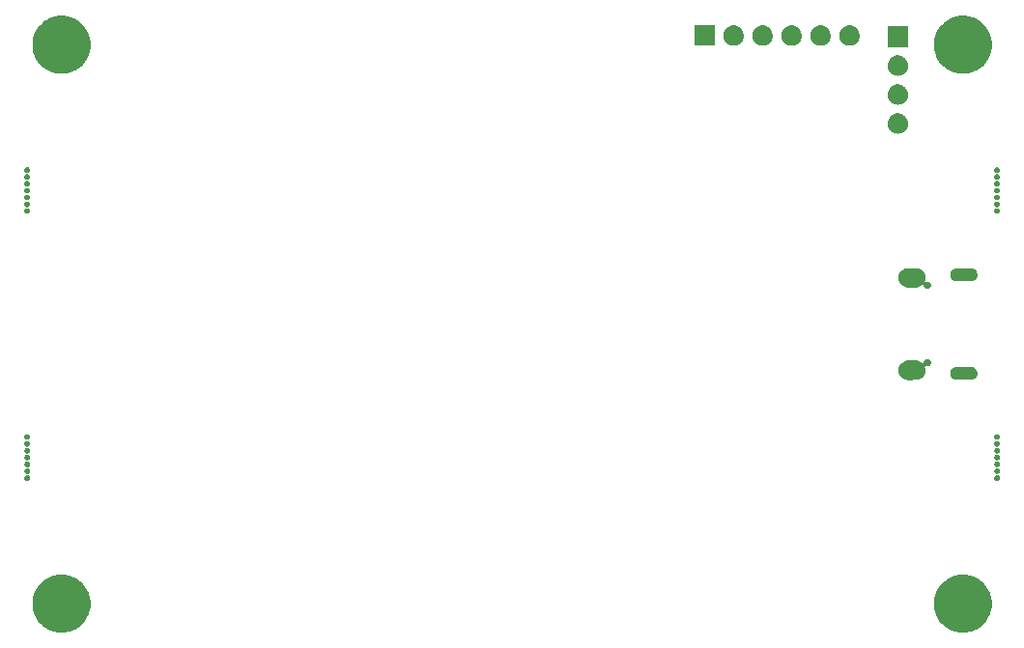
<source format=gbr>
%TF.GenerationSoftware,KiCad,Pcbnew,8.0.3*%
%TF.CreationDate,2024-07-18T08:33:45+12:00*%
%TF.ProjectId,Tea Cozy Hotplate,54656120-436f-47a7-9920-486f74706c61,rev?*%
%TF.SameCoordinates,Original*%
%TF.FileFunction,Soldermask,Bot*%
%TF.FilePolarity,Negative*%
%FSLAX46Y46*%
G04 Gerber Fmt 4.6, Leading zero omitted, Abs format (unit mm)*
G04 Created by KiCad (PCBNEW 8.0.3) date 2024-07-18 08:33:45*
%MOMM*%
%LPD*%
G01*
G04 APERTURE LIST*
G04 APERTURE END LIST*
G36*
X3081240Y-49455032D02*
G01*
X3160116Y-49455032D01*
X3232576Y-49464185D01*
X3307353Y-49468709D01*
X3393842Y-49484558D01*
X3477822Y-49495168D01*
X3542865Y-49511868D01*
X3610223Y-49524212D01*
X3700470Y-49552334D01*
X3787993Y-49574806D01*
X3844935Y-49597351D01*
X3904198Y-49615818D01*
X3996499Y-49657359D01*
X4085737Y-49692691D01*
X4134194Y-49719330D01*
X4184988Y-49742191D01*
X4277446Y-49798084D01*
X4366358Y-49846964D01*
X4406267Y-49875959D01*
X4448501Y-49901491D01*
X4539050Y-49972431D01*
X4625431Y-50035191D01*
X4657022Y-50064857D01*
X4690885Y-50091387D01*
X4777359Y-50177861D01*
X4858870Y-50254405D01*
X4882658Y-50283160D01*
X4908612Y-50309114D01*
X4988763Y-50411419D01*
X5062993Y-50501148D01*
X5079758Y-50527565D01*
X5098508Y-50551498D01*
X5170048Y-50669840D01*
X5234582Y-50771528D01*
X5245332Y-50794374D01*
X5257808Y-50815011D01*
X5318492Y-50949845D01*
X5370930Y-51061282D01*
X5376861Y-51079538D01*
X5384181Y-51095801D01*
X5431836Y-51248732D01*
X5469887Y-51365841D01*
X5472346Y-51378736D01*
X5475787Y-51389776D01*
X5508376Y-51567612D01*
X5529892Y-51680400D01*
X5530334Y-51687431D01*
X5531290Y-51692646D01*
X5546917Y-51951006D01*
X5550000Y-52000000D01*
X5546917Y-52048997D01*
X5531290Y-52307353D01*
X5530334Y-52312567D01*
X5529892Y-52319600D01*
X5508372Y-52432411D01*
X5475787Y-52610223D01*
X5472347Y-52621261D01*
X5469887Y-52634159D01*
X5431828Y-52751291D01*
X5384181Y-52904198D01*
X5376863Y-52920457D01*
X5370930Y-52938718D01*
X5318481Y-53050175D01*
X5257808Y-53184988D01*
X5245334Y-53205620D01*
X5234582Y-53228472D01*
X5170036Y-53330179D01*
X5098508Y-53448501D01*
X5079761Y-53472428D01*
X5062993Y-53498852D01*
X4988748Y-53588597D01*
X4908612Y-53690885D01*
X4882663Y-53716833D01*
X4858870Y-53745595D01*
X4777342Y-53822154D01*
X4690885Y-53908612D01*
X4657028Y-53935136D01*
X4625431Y-53964809D01*
X4539032Y-54027580D01*
X4448501Y-54098508D01*
X4406275Y-54124034D01*
X4366358Y-54153036D01*
X4277428Y-54201925D01*
X4184988Y-54257808D01*
X4134204Y-54280663D01*
X4085737Y-54307309D01*
X3996481Y-54342647D01*
X3904198Y-54384181D01*
X3844947Y-54402644D01*
X3787993Y-54425194D01*
X3700452Y-54447670D01*
X3610223Y-54475787D01*
X3542879Y-54488128D01*
X3477822Y-54504832D01*
X3393825Y-54515443D01*
X3307353Y-54531290D01*
X3232591Y-54535812D01*
X3160116Y-54544968D01*
X3081223Y-54544968D01*
X3000000Y-54549881D01*
X2918776Y-54544968D01*
X2839884Y-54544968D01*
X2767409Y-54535812D01*
X2692646Y-54531290D01*
X2606171Y-54515442D01*
X2522178Y-54504832D01*
X2457123Y-54488128D01*
X2389776Y-54475787D01*
X2299542Y-54447669D01*
X2212007Y-54425194D01*
X2155056Y-54402645D01*
X2095801Y-54384181D01*
X2003510Y-54342644D01*
X1914263Y-54307309D01*
X1865800Y-54280666D01*
X1815011Y-54257808D01*
X1722560Y-54201919D01*
X1633642Y-54153036D01*
X1593729Y-54124038D01*
X1551498Y-54098508D01*
X1460953Y-54027570D01*
X1374569Y-53964809D01*
X1342976Y-53935141D01*
X1309114Y-53908612D01*
X1222640Y-53822138D01*
X1141130Y-53745595D01*
X1117341Y-53716839D01*
X1091387Y-53690885D01*
X1011232Y-53588575D01*
X937007Y-53498852D01*
X920242Y-53472435D01*
X901491Y-53448501D01*
X829942Y-53330146D01*
X765418Y-53228472D01*
X754668Y-53205628D01*
X742191Y-53184988D01*
X681495Y-53050127D01*
X629070Y-52938718D01*
X623139Y-52920465D01*
X615818Y-52904198D01*
X568147Y-52751216D01*
X530113Y-52634159D01*
X527654Y-52621269D01*
X524212Y-52610223D01*
X491602Y-52432278D01*
X470108Y-52319600D01*
X469666Y-52312575D01*
X468709Y-52307353D01*
X453056Y-52048585D01*
X450000Y-52000000D01*
X453056Y-51951418D01*
X468709Y-51692646D01*
X469666Y-51687423D01*
X470108Y-51680400D01*
X491597Y-51567745D01*
X524212Y-51389776D01*
X527654Y-51378727D01*
X530113Y-51365841D01*
X568139Y-51248807D01*
X615818Y-51095801D01*
X623140Y-51079530D01*
X629070Y-51061282D01*
X681484Y-50949894D01*
X742191Y-50815011D01*
X754670Y-50794367D01*
X765418Y-50771528D01*
X829930Y-50669873D01*
X901491Y-50551498D01*
X920245Y-50527559D01*
X937007Y-50501148D01*
X1011217Y-50411442D01*
X1091387Y-50309114D01*
X1117345Y-50283155D01*
X1141130Y-50254405D01*
X1222624Y-50177876D01*
X1309114Y-50091387D01*
X1342982Y-50064852D01*
X1374569Y-50035191D01*
X1460936Y-49972441D01*
X1551498Y-49901491D01*
X1593737Y-49875956D01*
X1633642Y-49846964D01*
X1722542Y-49798090D01*
X1815011Y-49742191D01*
X1865810Y-49719328D01*
X1914263Y-49692691D01*
X2003492Y-49657362D01*
X2095801Y-49615818D01*
X2155067Y-49597349D01*
X2212007Y-49574806D01*
X2299524Y-49552335D01*
X2389776Y-49524212D01*
X2457136Y-49511867D01*
X2522178Y-49495168D01*
X2606153Y-49484559D01*
X2692646Y-49468709D01*
X2767424Y-49464185D01*
X2839884Y-49455032D01*
X2918760Y-49455032D01*
X3000000Y-49450118D01*
X3081240Y-49455032D01*
G37*
G36*
X82081240Y-49455032D02*
G01*
X82160116Y-49455032D01*
X82232576Y-49464185D01*
X82307353Y-49468709D01*
X82393842Y-49484558D01*
X82477822Y-49495168D01*
X82542865Y-49511868D01*
X82610223Y-49524212D01*
X82700470Y-49552334D01*
X82787993Y-49574806D01*
X82844935Y-49597351D01*
X82904198Y-49615818D01*
X82996499Y-49657359D01*
X83085737Y-49692691D01*
X83134194Y-49719330D01*
X83184988Y-49742191D01*
X83277446Y-49798084D01*
X83366358Y-49846964D01*
X83406267Y-49875959D01*
X83448501Y-49901491D01*
X83539050Y-49972431D01*
X83625431Y-50035191D01*
X83657022Y-50064857D01*
X83690885Y-50091387D01*
X83777359Y-50177861D01*
X83858870Y-50254405D01*
X83882658Y-50283160D01*
X83908612Y-50309114D01*
X83988763Y-50411419D01*
X84062993Y-50501148D01*
X84079758Y-50527565D01*
X84098508Y-50551498D01*
X84170048Y-50669840D01*
X84234582Y-50771528D01*
X84245332Y-50794374D01*
X84257808Y-50815011D01*
X84318492Y-50949845D01*
X84370930Y-51061282D01*
X84376861Y-51079538D01*
X84384181Y-51095801D01*
X84431836Y-51248732D01*
X84469887Y-51365841D01*
X84472346Y-51378736D01*
X84475787Y-51389776D01*
X84508376Y-51567612D01*
X84529892Y-51680400D01*
X84530334Y-51687431D01*
X84531290Y-51692646D01*
X84546917Y-51951006D01*
X84550000Y-52000000D01*
X84546917Y-52048997D01*
X84531290Y-52307353D01*
X84530334Y-52312567D01*
X84529892Y-52319600D01*
X84508372Y-52432411D01*
X84475787Y-52610223D01*
X84472347Y-52621261D01*
X84469887Y-52634159D01*
X84431828Y-52751291D01*
X84384181Y-52904198D01*
X84376863Y-52920457D01*
X84370930Y-52938718D01*
X84318481Y-53050175D01*
X84257808Y-53184988D01*
X84245334Y-53205620D01*
X84234582Y-53228472D01*
X84170036Y-53330179D01*
X84098508Y-53448501D01*
X84079761Y-53472428D01*
X84062993Y-53498852D01*
X83988748Y-53588597D01*
X83908612Y-53690885D01*
X83882663Y-53716833D01*
X83858870Y-53745595D01*
X83777342Y-53822154D01*
X83690885Y-53908612D01*
X83657028Y-53935136D01*
X83625431Y-53964809D01*
X83539032Y-54027580D01*
X83448501Y-54098508D01*
X83406275Y-54124034D01*
X83366358Y-54153036D01*
X83277428Y-54201925D01*
X83184988Y-54257808D01*
X83134204Y-54280663D01*
X83085737Y-54307309D01*
X82996481Y-54342647D01*
X82904198Y-54384181D01*
X82844947Y-54402644D01*
X82787993Y-54425194D01*
X82700452Y-54447670D01*
X82610223Y-54475787D01*
X82542879Y-54488128D01*
X82477822Y-54504832D01*
X82393825Y-54515443D01*
X82307353Y-54531290D01*
X82232591Y-54535812D01*
X82160116Y-54544968D01*
X82081223Y-54544968D01*
X82000000Y-54549881D01*
X81918776Y-54544968D01*
X81839884Y-54544968D01*
X81767409Y-54535812D01*
X81692646Y-54531290D01*
X81606171Y-54515442D01*
X81522178Y-54504832D01*
X81457123Y-54488128D01*
X81389776Y-54475787D01*
X81299542Y-54447669D01*
X81212007Y-54425194D01*
X81155056Y-54402645D01*
X81095801Y-54384181D01*
X81003510Y-54342644D01*
X80914263Y-54307309D01*
X80865800Y-54280666D01*
X80815011Y-54257808D01*
X80722560Y-54201919D01*
X80633642Y-54153036D01*
X80593729Y-54124038D01*
X80551498Y-54098508D01*
X80460953Y-54027570D01*
X80374569Y-53964809D01*
X80342976Y-53935141D01*
X80309114Y-53908612D01*
X80222640Y-53822138D01*
X80141130Y-53745595D01*
X80117341Y-53716839D01*
X80091387Y-53690885D01*
X80011232Y-53588575D01*
X79937007Y-53498852D01*
X79920242Y-53472435D01*
X79901491Y-53448501D01*
X79829942Y-53330146D01*
X79765418Y-53228472D01*
X79754668Y-53205628D01*
X79742191Y-53184988D01*
X79681495Y-53050127D01*
X79629070Y-52938718D01*
X79623139Y-52920465D01*
X79615818Y-52904198D01*
X79568147Y-52751216D01*
X79530113Y-52634159D01*
X79527654Y-52621269D01*
X79524212Y-52610223D01*
X79491602Y-52432278D01*
X79470108Y-52319600D01*
X79469666Y-52312575D01*
X79468709Y-52307353D01*
X79453056Y-52048585D01*
X79450000Y-52000000D01*
X79453056Y-51951418D01*
X79468709Y-51692646D01*
X79469666Y-51687423D01*
X79470108Y-51680400D01*
X79491597Y-51567745D01*
X79524212Y-51389776D01*
X79527654Y-51378727D01*
X79530113Y-51365841D01*
X79568139Y-51248807D01*
X79615818Y-51095801D01*
X79623140Y-51079530D01*
X79629070Y-51061282D01*
X79681484Y-50949894D01*
X79742191Y-50815011D01*
X79754670Y-50794367D01*
X79765418Y-50771528D01*
X79829930Y-50669873D01*
X79901491Y-50551498D01*
X79920245Y-50527559D01*
X79937007Y-50501148D01*
X80011217Y-50411442D01*
X80091387Y-50309114D01*
X80117345Y-50283155D01*
X80141130Y-50254405D01*
X80222624Y-50177876D01*
X80309114Y-50091387D01*
X80342982Y-50064852D01*
X80374569Y-50035191D01*
X80460936Y-49972441D01*
X80551498Y-49901491D01*
X80593737Y-49875956D01*
X80633642Y-49846964D01*
X80722542Y-49798090D01*
X80815011Y-49742191D01*
X80865810Y-49719328D01*
X80914263Y-49692691D01*
X81003492Y-49657362D01*
X81095801Y-49615818D01*
X81155067Y-49597349D01*
X81212007Y-49574806D01*
X81299524Y-49552335D01*
X81389776Y-49524212D01*
X81457136Y-49511867D01*
X81522178Y-49495168D01*
X81606153Y-49484559D01*
X81692646Y-49468709D01*
X81767424Y-49464185D01*
X81839884Y-49455032D01*
X81918760Y-49455032D01*
X82000000Y-49450118D01*
X82081240Y-49455032D01*
G37*
G36*
X24061Y-37154786D02*
G01*
X43238Y-37154786D01*
X66350Y-37163197D01*
X95671Y-37169030D01*
X111578Y-37179658D01*
X124498Y-37184361D01*
X147492Y-37203655D01*
X176777Y-37223223D01*
X184390Y-37234617D01*
X190742Y-37239947D01*
X208478Y-37270668D01*
X230970Y-37304329D01*
X232577Y-37312408D01*
X233981Y-37314840D01*
X241165Y-37355587D01*
X250000Y-37400000D01*
X241165Y-37444416D01*
X233981Y-37485159D01*
X232577Y-37487590D01*
X230970Y-37495671D01*
X208474Y-37529338D01*
X190742Y-37560052D01*
X184391Y-37565380D01*
X176777Y-37576777D01*
X147486Y-37596348D01*
X124498Y-37615638D01*
X111580Y-37620339D01*
X95671Y-37630970D01*
X66347Y-37636802D01*
X17760Y-37654487D01*
X17760Y-37745513D01*
X66350Y-37763197D01*
X95671Y-37769030D01*
X111578Y-37779658D01*
X124498Y-37784361D01*
X147492Y-37803655D01*
X176777Y-37823223D01*
X184390Y-37834617D01*
X190742Y-37839947D01*
X208478Y-37870668D01*
X230970Y-37904329D01*
X232577Y-37912408D01*
X233981Y-37914840D01*
X241165Y-37955587D01*
X250000Y-38000000D01*
X241165Y-38044416D01*
X233981Y-38085159D01*
X232577Y-38087590D01*
X230970Y-38095671D01*
X208474Y-38129338D01*
X190742Y-38160052D01*
X184391Y-38165380D01*
X176777Y-38176777D01*
X147486Y-38196348D01*
X124498Y-38215638D01*
X111580Y-38220339D01*
X95671Y-38230970D01*
X66347Y-38236802D01*
X17760Y-38254487D01*
X17760Y-38345513D01*
X66350Y-38363197D01*
X95671Y-38369030D01*
X111578Y-38379658D01*
X124498Y-38384361D01*
X147492Y-38403655D01*
X176777Y-38423223D01*
X184390Y-38434617D01*
X190742Y-38439947D01*
X208478Y-38470668D01*
X230970Y-38504329D01*
X232577Y-38512408D01*
X233981Y-38514840D01*
X241165Y-38555587D01*
X250000Y-38600000D01*
X241165Y-38644416D01*
X233981Y-38685159D01*
X232577Y-38687590D01*
X230970Y-38695671D01*
X208474Y-38729338D01*
X190742Y-38760052D01*
X184391Y-38765380D01*
X176777Y-38776777D01*
X147486Y-38796348D01*
X124498Y-38815638D01*
X111580Y-38820339D01*
X95671Y-38830970D01*
X66347Y-38836802D01*
X17760Y-38854487D01*
X17760Y-38945513D01*
X66350Y-38963197D01*
X95671Y-38969030D01*
X111578Y-38979658D01*
X124498Y-38984361D01*
X147492Y-39003655D01*
X176777Y-39023223D01*
X184390Y-39034617D01*
X190742Y-39039947D01*
X208478Y-39070668D01*
X230970Y-39104329D01*
X232577Y-39112408D01*
X233981Y-39114840D01*
X241165Y-39155587D01*
X250000Y-39200000D01*
X241165Y-39244416D01*
X233981Y-39285159D01*
X232577Y-39287590D01*
X230970Y-39295671D01*
X208474Y-39329338D01*
X190742Y-39360052D01*
X184391Y-39365380D01*
X176777Y-39376777D01*
X147486Y-39396348D01*
X124498Y-39415638D01*
X111580Y-39420339D01*
X95671Y-39430970D01*
X66347Y-39436802D01*
X17760Y-39454487D01*
X17760Y-39545513D01*
X66350Y-39563197D01*
X95671Y-39569030D01*
X111578Y-39579658D01*
X124498Y-39584361D01*
X147492Y-39603655D01*
X176777Y-39623223D01*
X184390Y-39634617D01*
X190742Y-39639947D01*
X208478Y-39670668D01*
X230970Y-39704329D01*
X232577Y-39712408D01*
X233981Y-39714840D01*
X241165Y-39755587D01*
X250000Y-39800000D01*
X241165Y-39844416D01*
X233981Y-39885159D01*
X232577Y-39887590D01*
X230970Y-39895671D01*
X208474Y-39929338D01*
X190742Y-39960052D01*
X184391Y-39965380D01*
X176777Y-39976777D01*
X147486Y-39996348D01*
X124498Y-40015638D01*
X111580Y-40020339D01*
X95671Y-40030970D01*
X66347Y-40036802D01*
X17760Y-40054487D01*
X17760Y-40145513D01*
X66350Y-40163197D01*
X95671Y-40169030D01*
X111578Y-40179658D01*
X124498Y-40184361D01*
X147492Y-40203655D01*
X176777Y-40223223D01*
X184390Y-40234617D01*
X190742Y-40239947D01*
X208478Y-40270668D01*
X230970Y-40304329D01*
X232577Y-40312408D01*
X233981Y-40314840D01*
X241165Y-40355587D01*
X250000Y-40400000D01*
X241165Y-40444416D01*
X233981Y-40485159D01*
X232577Y-40487590D01*
X230970Y-40495671D01*
X208474Y-40529338D01*
X190742Y-40560052D01*
X184391Y-40565380D01*
X176777Y-40576777D01*
X147486Y-40596348D01*
X124498Y-40615638D01*
X111580Y-40620339D01*
X95671Y-40630970D01*
X66347Y-40636802D01*
X17760Y-40654487D01*
X17760Y-40745513D01*
X66350Y-40763197D01*
X95671Y-40769030D01*
X111578Y-40779658D01*
X124498Y-40784361D01*
X147492Y-40803655D01*
X176777Y-40823223D01*
X184390Y-40834617D01*
X190742Y-40839947D01*
X208478Y-40870668D01*
X230970Y-40904329D01*
X232577Y-40912408D01*
X233981Y-40914840D01*
X241165Y-40955587D01*
X250000Y-41000000D01*
X241165Y-41044416D01*
X233981Y-41085159D01*
X232577Y-41087590D01*
X230970Y-41095671D01*
X208474Y-41129338D01*
X190742Y-41160052D01*
X184391Y-41165380D01*
X176777Y-41176777D01*
X147486Y-41196348D01*
X124498Y-41215638D01*
X111580Y-41220339D01*
X95671Y-41230970D01*
X66348Y-41236802D01*
X43238Y-41245214D01*
X24061Y-41245214D01*
X0Y-41250000D01*
X-24061Y-41245214D01*
X-43238Y-41245214D01*
X-66348Y-41236802D01*
X-95671Y-41230970D01*
X-111580Y-41220339D01*
X-124498Y-41215638D01*
X-147486Y-41196348D01*
X-176777Y-41176777D01*
X-184391Y-41165380D01*
X-190742Y-41160052D01*
X-208474Y-41129338D01*
X-230970Y-41095671D01*
X-232577Y-41087590D01*
X-233981Y-41085159D01*
X-241165Y-41044416D01*
X-250000Y-41000000D01*
X-241165Y-40955587D01*
X-233981Y-40914840D01*
X-232577Y-40912408D01*
X-230970Y-40904329D01*
X-208478Y-40870668D01*
X-190742Y-40839947D01*
X-184390Y-40834617D01*
X-176777Y-40823223D01*
X-147488Y-40803653D01*
X-124497Y-40784361D01*
X-111579Y-40779659D01*
X-95671Y-40769030D01*
X-66349Y-40763197D01*
X-17760Y-40745513D01*
X-17760Y-40654487D01*
X-66347Y-40636802D01*
X-95671Y-40630970D01*
X-111580Y-40620339D01*
X-124498Y-40615638D01*
X-147486Y-40596348D01*
X-176777Y-40576777D01*
X-184391Y-40565380D01*
X-190742Y-40560052D01*
X-208474Y-40529338D01*
X-230970Y-40495671D01*
X-232577Y-40487590D01*
X-233981Y-40485159D01*
X-241165Y-40444416D01*
X-250000Y-40400000D01*
X-241165Y-40355587D01*
X-233981Y-40314840D01*
X-232577Y-40312408D01*
X-230970Y-40304329D01*
X-208478Y-40270668D01*
X-190742Y-40239947D01*
X-184390Y-40234617D01*
X-176777Y-40223223D01*
X-147488Y-40203653D01*
X-124497Y-40184361D01*
X-111579Y-40179659D01*
X-95671Y-40169030D01*
X-66349Y-40163197D01*
X-17760Y-40145513D01*
X-17760Y-40054487D01*
X-66347Y-40036802D01*
X-95671Y-40030970D01*
X-111580Y-40020339D01*
X-124498Y-40015638D01*
X-147486Y-39996348D01*
X-176777Y-39976777D01*
X-184391Y-39965380D01*
X-190742Y-39960052D01*
X-208474Y-39929338D01*
X-230970Y-39895671D01*
X-232577Y-39887590D01*
X-233981Y-39885159D01*
X-241165Y-39844416D01*
X-250000Y-39800000D01*
X-241165Y-39755587D01*
X-233981Y-39714840D01*
X-232577Y-39712408D01*
X-230970Y-39704329D01*
X-208478Y-39670668D01*
X-190742Y-39639947D01*
X-184390Y-39634617D01*
X-176777Y-39623223D01*
X-147488Y-39603653D01*
X-124497Y-39584361D01*
X-111579Y-39579659D01*
X-95671Y-39569030D01*
X-66349Y-39563197D01*
X-17760Y-39545513D01*
X-17760Y-39454487D01*
X-66347Y-39436802D01*
X-95671Y-39430970D01*
X-111580Y-39420339D01*
X-124498Y-39415638D01*
X-147486Y-39396348D01*
X-176777Y-39376777D01*
X-184391Y-39365380D01*
X-190742Y-39360052D01*
X-208474Y-39329338D01*
X-230970Y-39295671D01*
X-232577Y-39287590D01*
X-233981Y-39285159D01*
X-241165Y-39244416D01*
X-250000Y-39200000D01*
X-241165Y-39155587D01*
X-233981Y-39114840D01*
X-232577Y-39112408D01*
X-230970Y-39104329D01*
X-208478Y-39070668D01*
X-190742Y-39039947D01*
X-184390Y-39034617D01*
X-176777Y-39023223D01*
X-147488Y-39003653D01*
X-124497Y-38984361D01*
X-111579Y-38979659D01*
X-95671Y-38969030D01*
X-66349Y-38963197D01*
X-17760Y-38945513D01*
X-17760Y-38854487D01*
X-66347Y-38836802D01*
X-95671Y-38830970D01*
X-111580Y-38820339D01*
X-124498Y-38815638D01*
X-147486Y-38796348D01*
X-176777Y-38776777D01*
X-184391Y-38765380D01*
X-190742Y-38760052D01*
X-208474Y-38729338D01*
X-230970Y-38695671D01*
X-232577Y-38687590D01*
X-233981Y-38685159D01*
X-241165Y-38644416D01*
X-250000Y-38600000D01*
X-241165Y-38555587D01*
X-233981Y-38514840D01*
X-232577Y-38512408D01*
X-230970Y-38504329D01*
X-208478Y-38470668D01*
X-190742Y-38439947D01*
X-184390Y-38434617D01*
X-176777Y-38423223D01*
X-147488Y-38403653D01*
X-124497Y-38384361D01*
X-111579Y-38379659D01*
X-95671Y-38369030D01*
X-66349Y-38363197D01*
X-17760Y-38345513D01*
X-17760Y-38254487D01*
X-66347Y-38236802D01*
X-95671Y-38230970D01*
X-111580Y-38220339D01*
X-124498Y-38215638D01*
X-147486Y-38196348D01*
X-176777Y-38176777D01*
X-184391Y-38165380D01*
X-190742Y-38160052D01*
X-208474Y-38129338D01*
X-230970Y-38095671D01*
X-232577Y-38087590D01*
X-233981Y-38085159D01*
X-241165Y-38044416D01*
X-250000Y-38000000D01*
X-241165Y-37955587D01*
X-233981Y-37914840D01*
X-232577Y-37912408D01*
X-230970Y-37904329D01*
X-208478Y-37870668D01*
X-190742Y-37839947D01*
X-184390Y-37834617D01*
X-176777Y-37823223D01*
X-147488Y-37803653D01*
X-124497Y-37784361D01*
X-111579Y-37779659D01*
X-95671Y-37769030D01*
X-66349Y-37763197D01*
X-17760Y-37745513D01*
X-17760Y-37654487D01*
X-66347Y-37636802D01*
X-95671Y-37630970D01*
X-111580Y-37620339D01*
X-124498Y-37615638D01*
X-147486Y-37596348D01*
X-176777Y-37576777D01*
X-184391Y-37565380D01*
X-190742Y-37560052D01*
X-208474Y-37529338D01*
X-230970Y-37495671D01*
X-232577Y-37487590D01*
X-233981Y-37485159D01*
X-241165Y-37444416D01*
X-250000Y-37400000D01*
X-241165Y-37355587D01*
X-233981Y-37314840D01*
X-232577Y-37312408D01*
X-230970Y-37304329D01*
X-208478Y-37270668D01*
X-190742Y-37239947D01*
X-184390Y-37234617D01*
X-176777Y-37223223D01*
X-147488Y-37203653D01*
X-124497Y-37184361D01*
X-111579Y-37179659D01*
X-95671Y-37169030D01*
X-66349Y-37163197D01*
X-43238Y-37154786D01*
X-24061Y-37154786D01*
X0Y-37150000D01*
X24061Y-37154786D01*
G37*
G36*
X85024061Y-37154786D02*
G01*
X85043238Y-37154786D01*
X85066350Y-37163197D01*
X85095671Y-37169030D01*
X85111578Y-37179658D01*
X85124498Y-37184361D01*
X85147492Y-37203655D01*
X85176777Y-37223223D01*
X85184390Y-37234617D01*
X85190742Y-37239947D01*
X85208478Y-37270668D01*
X85230970Y-37304329D01*
X85232577Y-37312408D01*
X85233981Y-37314840D01*
X85241165Y-37355587D01*
X85250000Y-37400000D01*
X85241165Y-37444416D01*
X85233981Y-37485159D01*
X85232577Y-37487590D01*
X85230970Y-37495671D01*
X85208474Y-37529338D01*
X85190742Y-37560052D01*
X85184391Y-37565380D01*
X85176777Y-37576777D01*
X85147486Y-37596348D01*
X85124498Y-37615638D01*
X85111580Y-37620339D01*
X85095671Y-37630970D01*
X85066347Y-37636802D01*
X85017760Y-37654487D01*
X85017760Y-37745513D01*
X85066350Y-37763197D01*
X85095671Y-37769030D01*
X85111578Y-37779658D01*
X85124498Y-37784361D01*
X85147492Y-37803655D01*
X85176777Y-37823223D01*
X85184390Y-37834617D01*
X85190742Y-37839947D01*
X85208478Y-37870668D01*
X85230970Y-37904329D01*
X85232577Y-37912408D01*
X85233981Y-37914840D01*
X85241165Y-37955587D01*
X85250000Y-38000000D01*
X85241165Y-38044416D01*
X85233981Y-38085159D01*
X85232577Y-38087590D01*
X85230970Y-38095671D01*
X85208474Y-38129338D01*
X85190742Y-38160052D01*
X85184391Y-38165380D01*
X85176777Y-38176777D01*
X85147486Y-38196348D01*
X85124498Y-38215638D01*
X85111580Y-38220339D01*
X85095671Y-38230970D01*
X85066347Y-38236802D01*
X85017760Y-38254487D01*
X85017760Y-38345513D01*
X85066350Y-38363197D01*
X85095671Y-38369030D01*
X85111578Y-38379658D01*
X85124498Y-38384361D01*
X85147492Y-38403655D01*
X85176777Y-38423223D01*
X85184390Y-38434617D01*
X85190742Y-38439947D01*
X85208478Y-38470668D01*
X85230970Y-38504329D01*
X85232577Y-38512408D01*
X85233981Y-38514840D01*
X85241165Y-38555587D01*
X85250000Y-38600000D01*
X85241165Y-38644416D01*
X85233981Y-38685159D01*
X85232577Y-38687590D01*
X85230970Y-38695671D01*
X85208474Y-38729338D01*
X85190742Y-38760052D01*
X85184391Y-38765380D01*
X85176777Y-38776777D01*
X85147486Y-38796348D01*
X85124498Y-38815638D01*
X85111580Y-38820339D01*
X85095671Y-38830970D01*
X85066347Y-38836802D01*
X85017760Y-38854487D01*
X85017760Y-38945513D01*
X85066350Y-38963197D01*
X85095671Y-38969030D01*
X85111578Y-38979658D01*
X85124498Y-38984361D01*
X85147492Y-39003655D01*
X85176777Y-39023223D01*
X85184390Y-39034617D01*
X85190742Y-39039947D01*
X85208478Y-39070668D01*
X85230970Y-39104329D01*
X85232577Y-39112408D01*
X85233981Y-39114840D01*
X85241165Y-39155587D01*
X85250000Y-39200000D01*
X85241165Y-39244416D01*
X85233981Y-39285159D01*
X85232577Y-39287590D01*
X85230970Y-39295671D01*
X85208474Y-39329338D01*
X85190742Y-39360052D01*
X85184391Y-39365380D01*
X85176777Y-39376777D01*
X85147486Y-39396348D01*
X85124498Y-39415638D01*
X85111580Y-39420339D01*
X85095671Y-39430970D01*
X85066347Y-39436802D01*
X85017760Y-39454487D01*
X85017760Y-39545513D01*
X85066350Y-39563197D01*
X85095671Y-39569030D01*
X85111578Y-39579658D01*
X85124498Y-39584361D01*
X85147492Y-39603655D01*
X85176777Y-39623223D01*
X85184390Y-39634617D01*
X85190742Y-39639947D01*
X85208478Y-39670668D01*
X85230970Y-39704329D01*
X85232577Y-39712408D01*
X85233981Y-39714840D01*
X85241165Y-39755587D01*
X85250000Y-39800000D01*
X85241165Y-39844416D01*
X85233981Y-39885159D01*
X85232577Y-39887590D01*
X85230970Y-39895671D01*
X85208474Y-39929338D01*
X85190742Y-39960052D01*
X85184391Y-39965380D01*
X85176777Y-39976777D01*
X85147486Y-39996348D01*
X85124498Y-40015638D01*
X85111580Y-40020339D01*
X85095671Y-40030970D01*
X85066347Y-40036802D01*
X85017760Y-40054487D01*
X85017760Y-40145513D01*
X85066350Y-40163197D01*
X85095671Y-40169030D01*
X85111578Y-40179658D01*
X85124498Y-40184361D01*
X85147492Y-40203655D01*
X85176777Y-40223223D01*
X85184390Y-40234617D01*
X85190742Y-40239947D01*
X85208478Y-40270668D01*
X85230970Y-40304329D01*
X85232577Y-40312408D01*
X85233981Y-40314840D01*
X85241165Y-40355587D01*
X85250000Y-40400000D01*
X85241165Y-40444416D01*
X85233981Y-40485159D01*
X85232577Y-40487590D01*
X85230970Y-40495671D01*
X85208474Y-40529338D01*
X85190742Y-40560052D01*
X85184391Y-40565380D01*
X85176777Y-40576777D01*
X85147486Y-40596348D01*
X85124498Y-40615638D01*
X85111580Y-40620339D01*
X85095671Y-40630970D01*
X85066347Y-40636802D01*
X85017760Y-40654487D01*
X85017760Y-40745513D01*
X85066350Y-40763197D01*
X85095671Y-40769030D01*
X85111578Y-40779658D01*
X85124498Y-40784361D01*
X85147492Y-40803655D01*
X85176777Y-40823223D01*
X85184390Y-40834617D01*
X85190742Y-40839947D01*
X85208478Y-40870668D01*
X85230970Y-40904329D01*
X85232577Y-40912408D01*
X85233981Y-40914840D01*
X85241165Y-40955587D01*
X85250000Y-41000000D01*
X85241165Y-41044416D01*
X85233981Y-41085159D01*
X85232577Y-41087590D01*
X85230970Y-41095671D01*
X85208474Y-41129338D01*
X85190742Y-41160052D01*
X85184391Y-41165380D01*
X85176777Y-41176777D01*
X85147486Y-41196348D01*
X85124498Y-41215638D01*
X85111580Y-41220339D01*
X85095671Y-41230970D01*
X85066348Y-41236802D01*
X85043238Y-41245214D01*
X85024061Y-41245214D01*
X85000000Y-41250000D01*
X84975939Y-41245214D01*
X84956762Y-41245214D01*
X84933651Y-41236802D01*
X84904329Y-41230970D01*
X84888420Y-41220340D01*
X84875501Y-41215638D01*
X84852508Y-41196345D01*
X84823223Y-41176777D01*
X84815609Y-41165382D01*
X84809257Y-41160052D01*
X84791518Y-41129327D01*
X84769030Y-41095671D01*
X84767423Y-41087592D01*
X84766018Y-41085159D01*
X84758826Y-41044371D01*
X84750000Y-41000000D01*
X84758825Y-40955632D01*
X84766018Y-40914840D01*
X84767423Y-40912405D01*
X84769030Y-40904329D01*
X84791513Y-40870679D01*
X84809257Y-40839947D01*
X84815610Y-40834615D01*
X84823223Y-40823223D01*
X84852506Y-40803656D01*
X84875502Y-40784361D01*
X84888422Y-40779658D01*
X84904329Y-40769030D01*
X84933648Y-40763198D01*
X84982239Y-40745513D01*
X84982239Y-40654487D01*
X84933650Y-40636802D01*
X84904329Y-40630970D01*
X84888420Y-40620340D01*
X84875501Y-40615638D01*
X84852508Y-40596345D01*
X84823223Y-40576777D01*
X84815609Y-40565382D01*
X84809257Y-40560052D01*
X84791518Y-40529327D01*
X84769030Y-40495671D01*
X84767423Y-40487592D01*
X84766018Y-40485159D01*
X84758826Y-40444371D01*
X84750000Y-40400000D01*
X84758825Y-40355632D01*
X84766018Y-40314840D01*
X84767423Y-40312405D01*
X84769030Y-40304329D01*
X84791513Y-40270679D01*
X84809257Y-40239947D01*
X84815610Y-40234615D01*
X84823223Y-40223223D01*
X84852506Y-40203656D01*
X84875502Y-40184361D01*
X84888422Y-40179658D01*
X84904329Y-40169030D01*
X84933648Y-40163198D01*
X84982239Y-40145513D01*
X84982239Y-40054487D01*
X84933650Y-40036802D01*
X84904329Y-40030970D01*
X84888420Y-40020340D01*
X84875501Y-40015638D01*
X84852508Y-39996345D01*
X84823223Y-39976777D01*
X84815609Y-39965382D01*
X84809257Y-39960052D01*
X84791518Y-39929327D01*
X84769030Y-39895671D01*
X84767423Y-39887592D01*
X84766018Y-39885159D01*
X84758826Y-39844371D01*
X84750000Y-39800000D01*
X84758825Y-39755632D01*
X84766018Y-39714840D01*
X84767423Y-39712405D01*
X84769030Y-39704329D01*
X84791513Y-39670679D01*
X84809257Y-39639947D01*
X84815610Y-39634615D01*
X84823223Y-39623223D01*
X84852506Y-39603656D01*
X84875502Y-39584361D01*
X84888422Y-39579658D01*
X84904329Y-39569030D01*
X84933648Y-39563198D01*
X84982239Y-39545513D01*
X84982239Y-39454487D01*
X84933650Y-39436802D01*
X84904329Y-39430970D01*
X84888420Y-39420340D01*
X84875501Y-39415638D01*
X84852508Y-39396345D01*
X84823223Y-39376777D01*
X84815609Y-39365382D01*
X84809257Y-39360052D01*
X84791518Y-39329327D01*
X84769030Y-39295671D01*
X84767423Y-39287592D01*
X84766018Y-39285159D01*
X84758826Y-39244371D01*
X84750000Y-39200000D01*
X84758825Y-39155632D01*
X84766018Y-39114840D01*
X84767423Y-39112405D01*
X84769030Y-39104329D01*
X84791513Y-39070679D01*
X84809257Y-39039947D01*
X84815610Y-39034615D01*
X84823223Y-39023223D01*
X84852506Y-39003656D01*
X84875502Y-38984361D01*
X84888422Y-38979658D01*
X84904329Y-38969030D01*
X84933648Y-38963198D01*
X84982239Y-38945513D01*
X84982239Y-38854487D01*
X84933650Y-38836802D01*
X84904329Y-38830970D01*
X84888420Y-38820340D01*
X84875501Y-38815638D01*
X84852508Y-38796345D01*
X84823223Y-38776777D01*
X84815609Y-38765382D01*
X84809257Y-38760052D01*
X84791518Y-38729327D01*
X84769030Y-38695671D01*
X84767423Y-38687592D01*
X84766018Y-38685159D01*
X84758826Y-38644371D01*
X84750000Y-38600000D01*
X84758825Y-38555632D01*
X84766018Y-38514840D01*
X84767423Y-38512405D01*
X84769030Y-38504329D01*
X84791513Y-38470679D01*
X84809257Y-38439947D01*
X84815610Y-38434615D01*
X84823223Y-38423223D01*
X84852506Y-38403656D01*
X84875502Y-38384361D01*
X84888422Y-38379658D01*
X84904329Y-38369030D01*
X84933648Y-38363198D01*
X84982239Y-38345513D01*
X84982239Y-38254487D01*
X84933650Y-38236802D01*
X84904329Y-38230970D01*
X84888420Y-38220340D01*
X84875501Y-38215638D01*
X84852508Y-38196345D01*
X84823223Y-38176777D01*
X84815609Y-38165382D01*
X84809257Y-38160052D01*
X84791518Y-38129327D01*
X84769030Y-38095671D01*
X84767423Y-38087592D01*
X84766018Y-38085159D01*
X84758826Y-38044371D01*
X84750000Y-38000000D01*
X84758825Y-37955632D01*
X84766018Y-37914840D01*
X84767423Y-37912405D01*
X84769030Y-37904329D01*
X84791513Y-37870679D01*
X84809257Y-37839947D01*
X84815610Y-37834615D01*
X84823223Y-37823223D01*
X84852506Y-37803656D01*
X84875502Y-37784361D01*
X84888422Y-37779658D01*
X84904329Y-37769030D01*
X84933648Y-37763198D01*
X84982239Y-37745513D01*
X84982239Y-37654487D01*
X84933650Y-37636802D01*
X84904329Y-37630970D01*
X84888420Y-37620340D01*
X84875501Y-37615638D01*
X84852508Y-37596345D01*
X84823223Y-37576777D01*
X84815609Y-37565382D01*
X84809257Y-37560052D01*
X84791518Y-37529327D01*
X84769030Y-37495671D01*
X84767423Y-37487592D01*
X84766018Y-37485159D01*
X84758826Y-37444371D01*
X84750000Y-37400000D01*
X84758825Y-37355632D01*
X84766018Y-37314840D01*
X84767423Y-37312405D01*
X84769030Y-37304329D01*
X84791513Y-37270679D01*
X84809257Y-37239947D01*
X84815610Y-37234615D01*
X84823223Y-37223223D01*
X84852506Y-37203656D01*
X84875502Y-37184361D01*
X84888421Y-37179658D01*
X84904329Y-37169030D01*
X84933649Y-37163197D01*
X84956762Y-37154786D01*
X84975939Y-37154786D01*
X85000000Y-37150000D01*
X85024061Y-37154786D01*
G37*
G36*
X78913922Y-30579983D02*
G01*
X78944296Y-30579983D01*
X78967695Y-30588499D01*
X78988040Y-30591722D01*
X79016775Y-30606363D01*
X79050362Y-30618588D01*
X79065195Y-30631034D01*
X79078418Y-30637772D01*
X79105499Y-30664853D01*
X79136828Y-30691141D01*
X79143714Y-30703068D01*
X79150137Y-30709491D01*
X79170528Y-30749511D01*
X79193265Y-30788892D01*
X79194678Y-30796908D01*
X79196187Y-30799869D01*
X79204895Y-30854850D01*
X79212865Y-30900051D01*
X79204894Y-30945255D01*
X79196187Y-31000232D01*
X79194678Y-31003192D01*
X79193265Y-31011210D01*
X79170524Y-31050597D01*
X79150137Y-31090610D01*
X79143715Y-31097031D01*
X79136828Y-31108961D01*
X79105493Y-31135253D01*
X79078418Y-31162329D01*
X79065198Y-31169064D01*
X79050362Y-31181514D01*
X79016768Y-31193741D01*
X78988040Y-31208379D01*
X78967700Y-31211600D01*
X78944296Y-31220119D01*
X78913916Y-31220119D01*
X78887859Y-31224246D01*
X78861801Y-31220119D01*
X78831422Y-31220119D01*
X78808019Y-31211601D01*
X78787675Y-31208379D01*
X78758940Y-31193737D01*
X78737058Y-31185773D01*
X78672992Y-31244994D01*
X78701245Y-31313202D01*
X78733753Y-31476629D01*
X78733753Y-31643259D01*
X78701245Y-31806686D01*
X78637479Y-31960631D01*
X78544905Y-32099178D01*
X78427080Y-32217003D01*
X78288533Y-32309577D01*
X78134588Y-32373343D01*
X77971161Y-32405851D01*
X77187846Y-32409944D01*
X77104531Y-32405851D01*
X76941104Y-32373343D01*
X76787159Y-32309577D01*
X76648612Y-32217003D01*
X76530787Y-32099178D01*
X76438213Y-31960631D01*
X76374447Y-31806686D01*
X76341939Y-31643259D01*
X76341939Y-31476629D01*
X76374447Y-31313202D01*
X76438213Y-31159257D01*
X76530787Y-31020710D01*
X76648612Y-30902885D01*
X76787159Y-30810311D01*
X76941104Y-30746545D01*
X77104531Y-30714037D01*
X77887846Y-30709944D01*
X77971161Y-30714037D01*
X78134588Y-30746545D01*
X78288533Y-30810311D01*
X78427080Y-30902885D01*
X78482834Y-30958639D01*
X78558265Y-30934131D01*
X78563279Y-30902470D01*
X78562853Y-30900051D01*
X78570812Y-30854908D01*
X78579530Y-30799870D01*
X78581039Y-30796906D01*
X78582453Y-30788892D01*
X78605182Y-30749523D01*
X78625580Y-30709491D01*
X78632005Y-30703065D01*
X78638890Y-30691141D01*
X78670212Y-30664858D01*
X78697299Y-30637772D01*
X78710523Y-30631033D01*
X78725356Y-30618588D01*
X78758939Y-30606364D01*
X78787677Y-30591722D01*
X78808023Y-30588499D01*
X78831422Y-30579983D01*
X78861795Y-30579983D01*
X78887859Y-30575855D01*
X78913922Y-30579983D01*
G37*
G36*
X82742763Y-31270352D02*
G01*
X82790314Y-31272688D01*
X82796168Y-31273852D01*
X82809800Y-31274746D01*
X82836140Y-31281803D01*
X82897577Y-31294025D01*
X82926572Y-31306035D01*
X82948487Y-31311907D01*
X82968132Y-31323249D01*
X82997127Y-31335259D01*
X83049210Y-31370060D01*
X83072830Y-31383697D01*
X83079295Y-31390162D01*
X83086730Y-31395130D01*
X83162921Y-31471321D01*
X83167888Y-31478755D01*
X83174355Y-31485222D01*
X83187994Y-31508845D01*
X83222792Y-31560924D01*
X83234800Y-31589916D01*
X83246145Y-31609565D01*
X83252018Y-31631483D01*
X83264026Y-31660474D01*
X83276245Y-31721900D01*
X83283306Y-31748252D01*
X83283306Y-31757395D01*
X83285050Y-31766163D01*
X83285050Y-31873918D01*
X83283306Y-31882685D01*
X83283306Y-31891830D01*
X83276244Y-31918184D01*
X83264026Y-31979607D01*
X83252018Y-32008595D01*
X83246145Y-32030517D01*
X83234799Y-32050168D01*
X83222792Y-32079157D01*
X83187998Y-32131229D01*
X83174355Y-32154860D01*
X83167886Y-32161328D01*
X83162921Y-32168760D01*
X83086730Y-32244951D01*
X83079298Y-32249916D01*
X83072830Y-32256385D01*
X83049199Y-32270028D01*
X82997127Y-32304822D01*
X82968138Y-32316829D01*
X82948487Y-32328175D01*
X82926565Y-32334048D01*
X82897577Y-32346056D01*
X82836160Y-32358272D01*
X82809800Y-32365336D01*
X82800491Y-32365367D01*
X82791819Y-32367093D01*
X81439538Y-32370037D01*
X81439514Y-32370035D01*
X81438011Y-32370041D01*
X81433200Y-32369725D01*
X81385707Y-32367393D01*
X81379859Y-32366229D01*
X81366222Y-32365336D01*
X81339869Y-32358274D01*
X81278444Y-32346056D01*
X81249453Y-32334048D01*
X81227535Y-32328175D01*
X81207886Y-32316830D01*
X81178894Y-32304822D01*
X81126815Y-32270024D01*
X81103192Y-32256385D01*
X81096725Y-32249918D01*
X81089291Y-32244951D01*
X81013100Y-32168760D01*
X81008132Y-32161325D01*
X81001667Y-32154860D01*
X80988030Y-32131240D01*
X80953229Y-32079157D01*
X80941219Y-32050162D01*
X80929877Y-32030517D01*
X80924005Y-32008602D01*
X80911995Y-31979607D01*
X80899775Y-31918178D01*
X80892716Y-31891830D01*
X80892716Y-31882685D01*
X80890972Y-31873918D01*
X80890972Y-31766163D01*
X80892716Y-31757395D01*
X80892716Y-31748252D01*
X80899775Y-31721906D01*
X80911995Y-31660474D01*
X80924005Y-31631476D01*
X80929877Y-31609565D01*
X80941217Y-31589922D01*
X80953229Y-31560924D01*
X80988034Y-31508834D01*
X81001667Y-31485222D01*
X81008130Y-31478758D01*
X81013100Y-31471321D01*
X81089291Y-31395130D01*
X81096728Y-31390160D01*
X81103192Y-31383697D01*
X81126804Y-31370064D01*
X81178894Y-31335259D01*
X81207892Y-31323247D01*
X81227535Y-31311907D01*
X81249446Y-31306035D01*
X81278444Y-31294025D01*
X81339879Y-31281804D01*
X81366222Y-31274746D01*
X81375524Y-31274714D01*
X81384202Y-31272988D01*
X82736483Y-31270044D01*
X82736525Y-31270046D01*
X82738011Y-31270041D01*
X82742763Y-31270352D01*
G37*
G36*
X77971161Y-22593895D02*
G01*
X78134588Y-22626403D01*
X78288533Y-22690169D01*
X78427080Y-22782743D01*
X78544905Y-22900568D01*
X78637479Y-23039115D01*
X78701245Y-23193060D01*
X78733753Y-23356487D01*
X78733753Y-23523117D01*
X78701245Y-23686544D01*
X78672860Y-23755071D01*
X78736908Y-23814281D01*
X78758919Y-23806269D01*
X78787674Y-23791620D01*
X78808024Y-23788396D01*
X78831422Y-23779881D01*
X78861795Y-23779881D01*
X78887859Y-23775753D01*
X78913922Y-23779881D01*
X78944296Y-23779881D01*
X78967695Y-23788397D01*
X78988040Y-23791620D01*
X79016775Y-23806261D01*
X79050362Y-23818486D01*
X79065195Y-23830932D01*
X79078418Y-23837670D01*
X79105499Y-23864751D01*
X79136828Y-23891039D01*
X79143714Y-23902966D01*
X79150137Y-23909389D01*
X79170528Y-23949409D01*
X79193265Y-23988790D01*
X79194678Y-23996806D01*
X79196187Y-23999767D01*
X79204895Y-24054748D01*
X79212865Y-24099949D01*
X79204894Y-24145153D01*
X79196187Y-24200130D01*
X79194678Y-24203090D01*
X79193265Y-24211108D01*
X79170524Y-24250495D01*
X79150137Y-24290508D01*
X79143715Y-24296929D01*
X79136828Y-24308859D01*
X79105493Y-24335151D01*
X79078418Y-24362227D01*
X79065198Y-24368962D01*
X79050362Y-24381412D01*
X79016768Y-24393639D01*
X78988040Y-24408277D01*
X78967700Y-24411498D01*
X78944296Y-24420017D01*
X78913916Y-24420017D01*
X78887859Y-24424144D01*
X78861802Y-24420017D01*
X78831422Y-24420017D01*
X78808018Y-24411498D01*
X78787677Y-24408277D01*
X78758946Y-24393637D01*
X78725356Y-24381412D01*
X78710520Y-24368963D01*
X78697299Y-24362227D01*
X78670218Y-24335146D01*
X78638890Y-24308859D01*
X78632003Y-24296931D01*
X78625580Y-24290508D01*
X78605187Y-24250484D01*
X78582453Y-24211108D01*
X78581039Y-24203091D01*
X78579530Y-24200129D01*
X78570809Y-24145073D01*
X78562853Y-24099949D01*
X78563279Y-24097531D01*
X78558229Y-24065648D01*
X78482800Y-24041140D01*
X78427080Y-24096861D01*
X78288533Y-24189435D01*
X78134588Y-24253201D01*
X77971161Y-24285709D01*
X77187846Y-24289802D01*
X77104531Y-24285709D01*
X76941104Y-24253201D01*
X76787159Y-24189435D01*
X76648612Y-24096861D01*
X76530787Y-23979036D01*
X76438213Y-23840489D01*
X76374447Y-23686544D01*
X76341939Y-23523117D01*
X76341939Y-23356487D01*
X76374447Y-23193060D01*
X76438213Y-23039115D01*
X76530787Y-22900568D01*
X76648612Y-22782743D01*
X76787159Y-22690169D01*
X76941104Y-22626403D01*
X77104531Y-22593895D01*
X77887846Y-22589802D01*
X77971161Y-22593895D01*
G37*
G36*
X82742763Y-22630270D02*
G01*
X82790314Y-22632606D01*
X82796168Y-22633770D01*
X82809800Y-22634664D01*
X82836140Y-22641721D01*
X82897577Y-22653943D01*
X82926572Y-22665953D01*
X82948487Y-22671825D01*
X82968132Y-22683167D01*
X82997127Y-22695177D01*
X83049210Y-22729978D01*
X83072830Y-22743615D01*
X83079295Y-22750080D01*
X83086730Y-22755048D01*
X83162921Y-22831239D01*
X83167888Y-22838673D01*
X83174355Y-22845140D01*
X83187994Y-22868763D01*
X83222792Y-22920842D01*
X83234800Y-22949834D01*
X83246145Y-22969483D01*
X83252018Y-22991401D01*
X83264026Y-23020392D01*
X83276245Y-23081818D01*
X83283306Y-23108170D01*
X83283306Y-23117313D01*
X83285050Y-23126081D01*
X83285050Y-23233836D01*
X83283306Y-23242603D01*
X83283306Y-23251748D01*
X83276244Y-23278102D01*
X83264026Y-23339525D01*
X83252018Y-23368513D01*
X83246145Y-23390435D01*
X83234799Y-23410086D01*
X83222792Y-23439075D01*
X83187998Y-23491147D01*
X83174355Y-23514778D01*
X83167886Y-23521246D01*
X83162921Y-23528678D01*
X83086730Y-23604869D01*
X83079298Y-23609834D01*
X83072830Y-23616303D01*
X83049199Y-23629946D01*
X82997127Y-23664740D01*
X82968138Y-23676747D01*
X82948487Y-23688093D01*
X82926565Y-23693966D01*
X82897577Y-23705974D01*
X82836160Y-23718190D01*
X82809800Y-23725254D01*
X82800491Y-23725285D01*
X82791819Y-23727011D01*
X81439538Y-23729955D01*
X81439514Y-23729953D01*
X81438011Y-23729959D01*
X81433200Y-23729643D01*
X81385707Y-23727311D01*
X81379859Y-23726147D01*
X81366222Y-23725254D01*
X81339869Y-23718192D01*
X81278444Y-23705974D01*
X81249453Y-23693966D01*
X81227535Y-23688093D01*
X81207886Y-23676748D01*
X81178894Y-23664740D01*
X81126815Y-23629942D01*
X81103192Y-23616303D01*
X81096725Y-23609836D01*
X81089291Y-23604869D01*
X81013100Y-23528678D01*
X81008132Y-23521243D01*
X81001667Y-23514778D01*
X80988030Y-23491158D01*
X80953229Y-23439075D01*
X80941219Y-23410080D01*
X80929877Y-23390435D01*
X80924005Y-23368520D01*
X80911995Y-23339525D01*
X80899775Y-23278096D01*
X80892716Y-23251748D01*
X80892716Y-23242603D01*
X80890972Y-23233836D01*
X80890972Y-23126081D01*
X80892716Y-23117313D01*
X80892716Y-23108170D01*
X80899775Y-23081824D01*
X80911995Y-23020392D01*
X80924005Y-22991394D01*
X80929877Y-22969483D01*
X80941217Y-22949840D01*
X80953229Y-22920842D01*
X80988034Y-22868752D01*
X81001667Y-22845140D01*
X81008130Y-22838676D01*
X81013100Y-22831239D01*
X81089291Y-22755048D01*
X81096728Y-22750078D01*
X81103192Y-22743615D01*
X81126804Y-22729982D01*
X81178894Y-22695177D01*
X81207892Y-22683165D01*
X81227535Y-22671825D01*
X81249446Y-22665953D01*
X81278444Y-22653943D01*
X81339879Y-22641722D01*
X81366222Y-22634664D01*
X81375524Y-22634632D01*
X81384202Y-22632906D01*
X82736483Y-22629962D01*
X82736525Y-22629964D01*
X82738011Y-22629959D01*
X82742763Y-22630270D01*
G37*
G36*
X24061Y-13754786D02*
G01*
X43238Y-13754786D01*
X66350Y-13763197D01*
X95671Y-13769030D01*
X111578Y-13779658D01*
X124498Y-13784361D01*
X147492Y-13803655D01*
X176777Y-13823223D01*
X184390Y-13834617D01*
X190742Y-13839947D01*
X208478Y-13870668D01*
X230970Y-13904329D01*
X232577Y-13912408D01*
X233981Y-13914840D01*
X241165Y-13955587D01*
X250000Y-14000000D01*
X241165Y-14044416D01*
X233981Y-14085159D01*
X232577Y-14087590D01*
X230970Y-14095671D01*
X208474Y-14129338D01*
X190742Y-14160052D01*
X184391Y-14165380D01*
X176777Y-14176777D01*
X147486Y-14196348D01*
X124498Y-14215638D01*
X111580Y-14220339D01*
X95671Y-14230970D01*
X66347Y-14236802D01*
X17760Y-14254487D01*
X17760Y-14345513D01*
X66350Y-14363197D01*
X95671Y-14369030D01*
X111578Y-14379658D01*
X124498Y-14384361D01*
X147492Y-14403655D01*
X176777Y-14423223D01*
X184390Y-14434617D01*
X190742Y-14439947D01*
X208478Y-14470668D01*
X230970Y-14504329D01*
X232577Y-14512408D01*
X233981Y-14514840D01*
X241165Y-14555587D01*
X250000Y-14600000D01*
X241165Y-14644416D01*
X233981Y-14685159D01*
X232577Y-14687590D01*
X230970Y-14695671D01*
X208474Y-14729338D01*
X190742Y-14760052D01*
X184391Y-14765380D01*
X176777Y-14776777D01*
X147486Y-14796348D01*
X124498Y-14815638D01*
X111580Y-14820339D01*
X95671Y-14830970D01*
X66347Y-14836802D01*
X17760Y-14854487D01*
X17760Y-14945513D01*
X66350Y-14963197D01*
X95671Y-14969030D01*
X111578Y-14979658D01*
X124498Y-14984361D01*
X147492Y-15003655D01*
X176777Y-15023223D01*
X184390Y-15034617D01*
X190742Y-15039947D01*
X208478Y-15070668D01*
X230970Y-15104329D01*
X232577Y-15112408D01*
X233981Y-15114840D01*
X241165Y-15155587D01*
X250000Y-15200000D01*
X241165Y-15244416D01*
X233981Y-15285159D01*
X232577Y-15287590D01*
X230970Y-15295671D01*
X208474Y-15329338D01*
X190742Y-15360052D01*
X184391Y-15365380D01*
X176777Y-15376777D01*
X147486Y-15396348D01*
X124498Y-15415638D01*
X111580Y-15420339D01*
X95671Y-15430970D01*
X66347Y-15436802D01*
X17760Y-15454487D01*
X17760Y-15545513D01*
X66350Y-15563197D01*
X95671Y-15569030D01*
X111578Y-15579658D01*
X124498Y-15584361D01*
X147492Y-15603655D01*
X176777Y-15623223D01*
X184390Y-15634617D01*
X190742Y-15639947D01*
X208478Y-15670668D01*
X230970Y-15704329D01*
X232577Y-15712408D01*
X233981Y-15714840D01*
X241165Y-15755587D01*
X250000Y-15800000D01*
X241165Y-15844416D01*
X233981Y-15885159D01*
X232577Y-15887590D01*
X230970Y-15895671D01*
X208474Y-15929338D01*
X190742Y-15960052D01*
X184391Y-15965380D01*
X176777Y-15976777D01*
X147486Y-15996348D01*
X124498Y-16015638D01*
X111580Y-16020339D01*
X95671Y-16030970D01*
X66347Y-16036802D01*
X17760Y-16054487D01*
X17760Y-16145513D01*
X66350Y-16163197D01*
X95671Y-16169030D01*
X111578Y-16179658D01*
X124498Y-16184361D01*
X147492Y-16203655D01*
X176777Y-16223223D01*
X184390Y-16234617D01*
X190742Y-16239947D01*
X208478Y-16270668D01*
X230970Y-16304329D01*
X232577Y-16312408D01*
X233981Y-16314840D01*
X241165Y-16355587D01*
X250000Y-16400000D01*
X241165Y-16444416D01*
X233981Y-16485159D01*
X232577Y-16487590D01*
X230970Y-16495671D01*
X208474Y-16529338D01*
X190742Y-16560052D01*
X184391Y-16565380D01*
X176777Y-16576777D01*
X147486Y-16596348D01*
X124498Y-16615638D01*
X111580Y-16620339D01*
X95671Y-16630970D01*
X66347Y-16636802D01*
X17760Y-16654487D01*
X17760Y-16745513D01*
X66350Y-16763197D01*
X95671Y-16769030D01*
X111578Y-16779658D01*
X124498Y-16784361D01*
X147492Y-16803655D01*
X176777Y-16823223D01*
X184390Y-16834617D01*
X190742Y-16839947D01*
X208478Y-16870668D01*
X230970Y-16904329D01*
X232577Y-16912408D01*
X233981Y-16914840D01*
X241165Y-16955587D01*
X250000Y-17000000D01*
X241165Y-17044416D01*
X233981Y-17085159D01*
X232577Y-17087590D01*
X230970Y-17095671D01*
X208474Y-17129338D01*
X190742Y-17160052D01*
X184391Y-17165380D01*
X176777Y-17176777D01*
X147486Y-17196348D01*
X124498Y-17215638D01*
X111580Y-17220339D01*
X95671Y-17230970D01*
X66347Y-17236802D01*
X17760Y-17254487D01*
X17760Y-17345513D01*
X66350Y-17363197D01*
X95671Y-17369030D01*
X111578Y-17379658D01*
X124498Y-17384361D01*
X147492Y-17403655D01*
X176777Y-17423223D01*
X184390Y-17434617D01*
X190742Y-17439947D01*
X208478Y-17470668D01*
X230970Y-17504329D01*
X232577Y-17512408D01*
X233981Y-17514840D01*
X241165Y-17555587D01*
X250000Y-17600000D01*
X241165Y-17644416D01*
X233981Y-17685159D01*
X232577Y-17687590D01*
X230970Y-17695671D01*
X208474Y-17729338D01*
X190742Y-17760052D01*
X184391Y-17765380D01*
X176777Y-17776777D01*
X147486Y-17796348D01*
X124498Y-17815638D01*
X111580Y-17820339D01*
X95671Y-17830970D01*
X66348Y-17836802D01*
X43238Y-17845214D01*
X24061Y-17845214D01*
X0Y-17850000D01*
X-24061Y-17845214D01*
X-43238Y-17845214D01*
X-66348Y-17836802D01*
X-95671Y-17830970D01*
X-111580Y-17820339D01*
X-124498Y-17815638D01*
X-147486Y-17796348D01*
X-176777Y-17776777D01*
X-184391Y-17765380D01*
X-190742Y-17760052D01*
X-208474Y-17729338D01*
X-230970Y-17695671D01*
X-232577Y-17687590D01*
X-233981Y-17685159D01*
X-241165Y-17644416D01*
X-250000Y-17600000D01*
X-241165Y-17555587D01*
X-233981Y-17514840D01*
X-232577Y-17512408D01*
X-230970Y-17504329D01*
X-208478Y-17470668D01*
X-190742Y-17439947D01*
X-184390Y-17434617D01*
X-176777Y-17423223D01*
X-147488Y-17403653D01*
X-124497Y-17384361D01*
X-111579Y-17379659D01*
X-95671Y-17369030D01*
X-66349Y-17363197D01*
X-17760Y-17345513D01*
X-17760Y-17254487D01*
X-66347Y-17236802D01*
X-95671Y-17230970D01*
X-111580Y-17220339D01*
X-124498Y-17215638D01*
X-147486Y-17196348D01*
X-176777Y-17176777D01*
X-184391Y-17165380D01*
X-190742Y-17160052D01*
X-208474Y-17129338D01*
X-230970Y-17095671D01*
X-232577Y-17087590D01*
X-233981Y-17085159D01*
X-241165Y-17044416D01*
X-250000Y-17000000D01*
X-241165Y-16955587D01*
X-233981Y-16914840D01*
X-232577Y-16912408D01*
X-230970Y-16904329D01*
X-208478Y-16870668D01*
X-190742Y-16839947D01*
X-184390Y-16834617D01*
X-176777Y-16823223D01*
X-147488Y-16803653D01*
X-124497Y-16784361D01*
X-111579Y-16779659D01*
X-95671Y-16769030D01*
X-66349Y-16763197D01*
X-17760Y-16745513D01*
X-17760Y-16654487D01*
X-66347Y-16636802D01*
X-95671Y-16630970D01*
X-111580Y-16620339D01*
X-124498Y-16615638D01*
X-147486Y-16596348D01*
X-176777Y-16576777D01*
X-184391Y-16565380D01*
X-190742Y-16560052D01*
X-208474Y-16529338D01*
X-230970Y-16495671D01*
X-232577Y-16487590D01*
X-233981Y-16485159D01*
X-241165Y-16444416D01*
X-250000Y-16400000D01*
X-241165Y-16355587D01*
X-233981Y-16314840D01*
X-232577Y-16312408D01*
X-230970Y-16304329D01*
X-208478Y-16270668D01*
X-190742Y-16239947D01*
X-184390Y-16234617D01*
X-176777Y-16223223D01*
X-147488Y-16203653D01*
X-124497Y-16184361D01*
X-111579Y-16179659D01*
X-95671Y-16169030D01*
X-66349Y-16163197D01*
X-17760Y-16145513D01*
X-17760Y-16054487D01*
X-66347Y-16036802D01*
X-95671Y-16030970D01*
X-111580Y-16020339D01*
X-124498Y-16015638D01*
X-147486Y-15996348D01*
X-176777Y-15976777D01*
X-184391Y-15965380D01*
X-190742Y-15960052D01*
X-208474Y-15929338D01*
X-230970Y-15895671D01*
X-232577Y-15887590D01*
X-233981Y-15885159D01*
X-241165Y-15844416D01*
X-250000Y-15800000D01*
X-241165Y-15755587D01*
X-233981Y-15714840D01*
X-232577Y-15712408D01*
X-230970Y-15704329D01*
X-208478Y-15670668D01*
X-190742Y-15639947D01*
X-184390Y-15634617D01*
X-176777Y-15623223D01*
X-147488Y-15603653D01*
X-124497Y-15584361D01*
X-111579Y-15579659D01*
X-95671Y-15569030D01*
X-66349Y-15563197D01*
X-17760Y-15545513D01*
X-17760Y-15454487D01*
X-66347Y-15436802D01*
X-95671Y-15430970D01*
X-111580Y-15420339D01*
X-124498Y-15415638D01*
X-147486Y-15396348D01*
X-176777Y-15376777D01*
X-184391Y-15365380D01*
X-190742Y-15360052D01*
X-208474Y-15329338D01*
X-230970Y-15295671D01*
X-232577Y-15287590D01*
X-233981Y-15285159D01*
X-241165Y-15244416D01*
X-250000Y-15200000D01*
X-241165Y-15155587D01*
X-233981Y-15114840D01*
X-232577Y-15112408D01*
X-230970Y-15104329D01*
X-208478Y-15070668D01*
X-190742Y-15039947D01*
X-184390Y-15034617D01*
X-176777Y-15023223D01*
X-147488Y-15003653D01*
X-124497Y-14984361D01*
X-111579Y-14979659D01*
X-95671Y-14969030D01*
X-66349Y-14963197D01*
X-17760Y-14945513D01*
X-17760Y-14854487D01*
X-66347Y-14836802D01*
X-95671Y-14830970D01*
X-111580Y-14820339D01*
X-124498Y-14815638D01*
X-147486Y-14796348D01*
X-176777Y-14776777D01*
X-184391Y-14765380D01*
X-190742Y-14760052D01*
X-208474Y-14729338D01*
X-230970Y-14695671D01*
X-232577Y-14687590D01*
X-233981Y-14685159D01*
X-241165Y-14644416D01*
X-250000Y-14600000D01*
X-241165Y-14555587D01*
X-233981Y-14514840D01*
X-232577Y-14512408D01*
X-230970Y-14504329D01*
X-208478Y-14470668D01*
X-190742Y-14439947D01*
X-184390Y-14434617D01*
X-176777Y-14423223D01*
X-147488Y-14403653D01*
X-124497Y-14384361D01*
X-111579Y-14379659D01*
X-95671Y-14369030D01*
X-66349Y-14363197D01*
X-17760Y-14345513D01*
X-17760Y-14254487D01*
X-66347Y-14236802D01*
X-95671Y-14230970D01*
X-111580Y-14220339D01*
X-124498Y-14215638D01*
X-147486Y-14196348D01*
X-176777Y-14176777D01*
X-184391Y-14165380D01*
X-190742Y-14160052D01*
X-208474Y-14129338D01*
X-230970Y-14095671D01*
X-232577Y-14087590D01*
X-233981Y-14085159D01*
X-241165Y-14044416D01*
X-250000Y-14000000D01*
X-241165Y-13955587D01*
X-233981Y-13914840D01*
X-232577Y-13912408D01*
X-230970Y-13904329D01*
X-208478Y-13870668D01*
X-190742Y-13839947D01*
X-184390Y-13834617D01*
X-176777Y-13823223D01*
X-147488Y-13803653D01*
X-124497Y-13784361D01*
X-111579Y-13779659D01*
X-95671Y-13769030D01*
X-66349Y-13763197D01*
X-43238Y-13754786D01*
X-24061Y-13754786D01*
X0Y-13750000D01*
X24061Y-13754786D01*
G37*
G36*
X85024061Y-13754786D02*
G01*
X85043238Y-13754786D01*
X85066350Y-13763197D01*
X85095671Y-13769030D01*
X85111578Y-13779658D01*
X85124498Y-13784361D01*
X85147492Y-13803655D01*
X85176777Y-13823223D01*
X85184390Y-13834617D01*
X85190742Y-13839947D01*
X85208478Y-13870668D01*
X85230970Y-13904329D01*
X85232577Y-13912408D01*
X85233981Y-13914840D01*
X85241165Y-13955587D01*
X85250000Y-14000000D01*
X85241165Y-14044416D01*
X85233981Y-14085159D01*
X85232577Y-14087590D01*
X85230970Y-14095671D01*
X85208474Y-14129338D01*
X85190742Y-14160052D01*
X85184391Y-14165380D01*
X85176777Y-14176777D01*
X85147486Y-14196348D01*
X85124498Y-14215638D01*
X85111580Y-14220339D01*
X85095671Y-14230970D01*
X85066347Y-14236802D01*
X85017760Y-14254487D01*
X85017760Y-14345513D01*
X85066350Y-14363197D01*
X85095671Y-14369030D01*
X85111578Y-14379658D01*
X85124498Y-14384361D01*
X85147492Y-14403655D01*
X85176777Y-14423223D01*
X85184390Y-14434617D01*
X85190742Y-14439947D01*
X85208478Y-14470668D01*
X85230970Y-14504329D01*
X85232577Y-14512408D01*
X85233981Y-14514840D01*
X85241165Y-14555587D01*
X85250000Y-14600000D01*
X85241165Y-14644416D01*
X85233981Y-14685159D01*
X85232577Y-14687590D01*
X85230970Y-14695671D01*
X85208474Y-14729338D01*
X85190742Y-14760052D01*
X85184391Y-14765380D01*
X85176777Y-14776777D01*
X85147486Y-14796348D01*
X85124498Y-14815638D01*
X85111580Y-14820339D01*
X85095671Y-14830970D01*
X85066347Y-14836802D01*
X85017760Y-14854487D01*
X85017760Y-14945513D01*
X85066350Y-14963197D01*
X85095671Y-14969030D01*
X85111578Y-14979658D01*
X85124498Y-14984361D01*
X85147492Y-15003655D01*
X85176777Y-15023223D01*
X85184390Y-15034617D01*
X85190742Y-15039947D01*
X85208478Y-15070668D01*
X85230970Y-15104329D01*
X85232577Y-15112408D01*
X85233981Y-15114840D01*
X85241165Y-15155587D01*
X85250000Y-15200000D01*
X85241165Y-15244416D01*
X85233981Y-15285159D01*
X85232577Y-15287590D01*
X85230970Y-15295671D01*
X85208474Y-15329338D01*
X85190742Y-15360052D01*
X85184391Y-15365380D01*
X85176777Y-15376777D01*
X85147486Y-15396348D01*
X85124498Y-15415638D01*
X85111580Y-15420339D01*
X85095671Y-15430970D01*
X85066347Y-15436802D01*
X85017760Y-15454487D01*
X85017760Y-15545513D01*
X85066350Y-15563197D01*
X85095671Y-15569030D01*
X85111578Y-15579658D01*
X85124498Y-15584361D01*
X85147492Y-15603655D01*
X85176777Y-15623223D01*
X85184390Y-15634617D01*
X85190742Y-15639947D01*
X85208478Y-15670668D01*
X85230970Y-15704329D01*
X85232577Y-15712408D01*
X85233981Y-15714840D01*
X85241165Y-15755587D01*
X85250000Y-15800000D01*
X85241165Y-15844416D01*
X85233981Y-15885159D01*
X85232577Y-15887590D01*
X85230970Y-15895671D01*
X85208474Y-15929338D01*
X85190742Y-15960052D01*
X85184391Y-15965380D01*
X85176777Y-15976777D01*
X85147486Y-15996348D01*
X85124498Y-16015638D01*
X85111580Y-16020339D01*
X85095671Y-16030970D01*
X85066347Y-16036802D01*
X85017760Y-16054487D01*
X85017760Y-16145513D01*
X85066350Y-16163197D01*
X85095671Y-16169030D01*
X85111578Y-16179658D01*
X85124498Y-16184361D01*
X85147492Y-16203655D01*
X85176777Y-16223223D01*
X85184390Y-16234617D01*
X85190742Y-16239947D01*
X85208478Y-16270668D01*
X85230970Y-16304329D01*
X85232577Y-16312408D01*
X85233981Y-16314840D01*
X85241165Y-16355587D01*
X85250000Y-16400000D01*
X85241165Y-16444416D01*
X85233981Y-16485159D01*
X85232577Y-16487590D01*
X85230970Y-16495671D01*
X85208474Y-16529338D01*
X85190742Y-16560052D01*
X85184391Y-16565380D01*
X85176777Y-16576777D01*
X85147486Y-16596348D01*
X85124498Y-16615638D01*
X85111580Y-16620339D01*
X85095671Y-16630970D01*
X85066347Y-16636802D01*
X85017760Y-16654487D01*
X85017760Y-16745513D01*
X85066350Y-16763197D01*
X85095671Y-16769030D01*
X85111578Y-16779658D01*
X85124498Y-16784361D01*
X85147492Y-16803655D01*
X85176777Y-16823223D01*
X85184390Y-16834617D01*
X85190742Y-16839947D01*
X85208478Y-16870668D01*
X85230970Y-16904329D01*
X85232577Y-16912408D01*
X85233981Y-16914840D01*
X85241165Y-16955587D01*
X85250000Y-17000000D01*
X85241165Y-17044416D01*
X85233981Y-17085159D01*
X85232577Y-17087590D01*
X85230970Y-17095671D01*
X85208474Y-17129338D01*
X85190742Y-17160052D01*
X85184391Y-17165380D01*
X85176777Y-17176777D01*
X85147486Y-17196348D01*
X85124498Y-17215638D01*
X85111580Y-17220339D01*
X85095671Y-17230970D01*
X85066347Y-17236802D01*
X85017760Y-17254487D01*
X85017760Y-17345513D01*
X85066350Y-17363197D01*
X85095671Y-17369030D01*
X85111578Y-17379658D01*
X85124498Y-17384361D01*
X85147492Y-17403655D01*
X85176777Y-17423223D01*
X85184390Y-17434617D01*
X85190742Y-17439947D01*
X85208478Y-17470668D01*
X85230970Y-17504329D01*
X85232577Y-17512408D01*
X85233981Y-17514840D01*
X85241165Y-17555587D01*
X85250000Y-17600000D01*
X85241165Y-17644416D01*
X85233981Y-17685159D01*
X85232577Y-17687590D01*
X85230970Y-17695671D01*
X85208474Y-17729338D01*
X85190742Y-17760052D01*
X85184391Y-17765380D01*
X85176777Y-17776777D01*
X85147486Y-17796348D01*
X85124498Y-17815638D01*
X85111580Y-17820339D01*
X85095671Y-17830970D01*
X85066348Y-17836802D01*
X85043238Y-17845214D01*
X85024061Y-17845214D01*
X85000000Y-17850000D01*
X84975939Y-17845214D01*
X84956762Y-17845214D01*
X84933651Y-17836802D01*
X84904329Y-17830970D01*
X84888420Y-17820340D01*
X84875501Y-17815638D01*
X84852508Y-17796345D01*
X84823223Y-17776777D01*
X84815609Y-17765382D01*
X84809257Y-17760052D01*
X84791518Y-17729327D01*
X84769030Y-17695671D01*
X84767423Y-17687592D01*
X84766018Y-17685159D01*
X84758826Y-17644371D01*
X84750000Y-17600000D01*
X84758825Y-17555632D01*
X84766018Y-17514840D01*
X84767423Y-17512405D01*
X84769030Y-17504329D01*
X84791513Y-17470679D01*
X84809257Y-17439947D01*
X84815610Y-17434615D01*
X84823223Y-17423223D01*
X84852506Y-17403656D01*
X84875502Y-17384361D01*
X84888422Y-17379658D01*
X84904329Y-17369030D01*
X84933648Y-17363198D01*
X84982239Y-17345513D01*
X84982239Y-17254487D01*
X84933650Y-17236802D01*
X84904329Y-17230970D01*
X84888420Y-17220340D01*
X84875501Y-17215638D01*
X84852508Y-17196345D01*
X84823223Y-17176777D01*
X84815609Y-17165382D01*
X84809257Y-17160052D01*
X84791518Y-17129327D01*
X84769030Y-17095671D01*
X84767423Y-17087592D01*
X84766018Y-17085159D01*
X84758826Y-17044371D01*
X84750000Y-17000000D01*
X84758825Y-16955632D01*
X84766018Y-16914840D01*
X84767423Y-16912405D01*
X84769030Y-16904329D01*
X84791513Y-16870679D01*
X84809257Y-16839947D01*
X84815610Y-16834615D01*
X84823223Y-16823223D01*
X84852506Y-16803656D01*
X84875502Y-16784361D01*
X84888422Y-16779658D01*
X84904329Y-16769030D01*
X84933648Y-16763198D01*
X84982239Y-16745513D01*
X84982239Y-16654487D01*
X84933650Y-16636802D01*
X84904329Y-16630970D01*
X84888420Y-16620340D01*
X84875501Y-16615638D01*
X84852508Y-16596345D01*
X84823223Y-16576777D01*
X84815609Y-16565382D01*
X84809257Y-16560052D01*
X84791518Y-16529327D01*
X84769030Y-16495671D01*
X84767423Y-16487592D01*
X84766018Y-16485159D01*
X84758826Y-16444371D01*
X84750000Y-16400000D01*
X84758825Y-16355632D01*
X84766018Y-16314840D01*
X84767423Y-16312405D01*
X84769030Y-16304329D01*
X84791513Y-16270679D01*
X84809257Y-16239947D01*
X84815610Y-16234615D01*
X84823223Y-16223223D01*
X84852506Y-16203656D01*
X84875502Y-16184361D01*
X84888422Y-16179658D01*
X84904329Y-16169030D01*
X84933648Y-16163198D01*
X84982239Y-16145513D01*
X84982239Y-16054487D01*
X84933650Y-16036802D01*
X84904329Y-16030970D01*
X84888420Y-16020340D01*
X84875501Y-16015638D01*
X84852508Y-15996345D01*
X84823223Y-15976777D01*
X84815609Y-15965382D01*
X84809257Y-15960052D01*
X84791518Y-15929327D01*
X84769030Y-15895671D01*
X84767423Y-15887592D01*
X84766018Y-15885159D01*
X84758826Y-15844371D01*
X84750000Y-15800000D01*
X84758825Y-15755632D01*
X84766018Y-15714840D01*
X84767423Y-15712405D01*
X84769030Y-15704329D01*
X84791513Y-15670679D01*
X84809257Y-15639947D01*
X84815610Y-15634615D01*
X84823223Y-15623223D01*
X84852506Y-15603656D01*
X84875502Y-15584361D01*
X84888422Y-15579658D01*
X84904329Y-15569030D01*
X84933648Y-15563198D01*
X84982239Y-15545513D01*
X84982239Y-15454487D01*
X84933650Y-15436802D01*
X84904329Y-15430970D01*
X84888420Y-15420340D01*
X84875501Y-15415638D01*
X84852508Y-15396345D01*
X84823223Y-15376777D01*
X84815609Y-15365382D01*
X84809257Y-15360052D01*
X84791518Y-15329327D01*
X84769030Y-15295671D01*
X84767423Y-15287592D01*
X84766018Y-15285159D01*
X84758826Y-15244371D01*
X84750000Y-15200000D01*
X84758825Y-15155632D01*
X84766018Y-15114840D01*
X84767423Y-15112405D01*
X84769030Y-15104329D01*
X84791513Y-15070679D01*
X84809257Y-15039947D01*
X84815610Y-15034615D01*
X84823223Y-15023223D01*
X84852506Y-15003656D01*
X84875502Y-14984361D01*
X84888422Y-14979658D01*
X84904329Y-14969030D01*
X84933648Y-14963198D01*
X84982239Y-14945513D01*
X84982239Y-14854487D01*
X84933650Y-14836802D01*
X84904329Y-14830970D01*
X84888420Y-14820340D01*
X84875501Y-14815638D01*
X84852508Y-14796345D01*
X84823223Y-14776777D01*
X84815609Y-14765382D01*
X84809257Y-14760052D01*
X84791518Y-14729327D01*
X84769030Y-14695671D01*
X84767423Y-14687592D01*
X84766018Y-14685159D01*
X84758826Y-14644371D01*
X84750000Y-14600000D01*
X84758825Y-14555632D01*
X84766018Y-14514840D01*
X84767423Y-14512405D01*
X84769030Y-14504329D01*
X84791513Y-14470679D01*
X84809257Y-14439947D01*
X84815610Y-14434615D01*
X84823223Y-14423223D01*
X84852506Y-14403656D01*
X84875502Y-14384361D01*
X84888422Y-14379658D01*
X84904329Y-14369030D01*
X84933648Y-14363198D01*
X84982239Y-14345513D01*
X84982239Y-14254487D01*
X84933650Y-14236802D01*
X84904329Y-14230970D01*
X84888420Y-14220340D01*
X84875501Y-14215638D01*
X84852508Y-14196345D01*
X84823223Y-14176777D01*
X84815609Y-14165382D01*
X84809257Y-14160052D01*
X84791518Y-14129327D01*
X84769030Y-14095671D01*
X84767423Y-14087592D01*
X84766018Y-14085159D01*
X84758826Y-14044371D01*
X84750000Y-14000000D01*
X84758825Y-13955632D01*
X84766018Y-13914840D01*
X84767423Y-13912405D01*
X84769030Y-13904329D01*
X84791513Y-13870679D01*
X84809257Y-13839947D01*
X84815610Y-13834615D01*
X84823223Y-13823223D01*
X84852506Y-13803656D01*
X84875502Y-13784361D01*
X84888421Y-13779658D01*
X84904329Y-13769030D01*
X84933649Y-13763197D01*
X84956762Y-13754786D01*
X84975939Y-13754786D01*
X85000000Y-13750000D01*
X85024061Y-13754786D01*
G37*
G36*
X76346868Y-9024930D02*
G01*
X76394076Y-9024930D01*
X76434836Y-9033594D01*
X76475521Y-9037601D01*
X76526636Y-9053106D01*
X76578115Y-9064049D01*
X76611056Y-9078715D01*
X76644294Y-9088798D01*
X76697109Y-9117028D01*
X76750000Y-9140577D01*
X76774592Y-9158444D01*
X76799837Y-9171938D01*
X76851334Y-9214201D01*
X76902218Y-9251170D01*
X76918738Y-9269517D01*
X76936173Y-9283826D01*
X76983025Y-9340915D01*
X77028115Y-9390993D01*
X77037587Y-9407400D01*
X77048061Y-9420162D01*
X77086807Y-9492651D01*
X77122191Y-9553937D01*
X77126260Y-9566462D01*
X77131201Y-9575705D01*
X77158440Y-9665500D01*
X77180333Y-9732879D01*
X77181103Y-9740211D01*
X77182398Y-9744478D01*
X77194994Y-9872374D01*
X77200000Y-9920000D01*
X77194993Y-9967630D01*
X77182398Y-10095521D01*
X77181103Y-10099787D01*
X77180333Y-10107121D01*
X77158435Y-10174513D01*
X77131201Y-10264294D01*
X77126261Y-10273534D01*
X77122191Y-10286063D01*
X77086800Y-10347361D01*
X77048061Y-10419837D01*
X77037589Y-10432596D01*
X77028115Y-10449007D01*
X76983016Y-10499094D01*
X76936173Y-10556173D01*
X76918741Y-10570478D01*
X76902218Y-10588830D01*
X76851324Y-10625806D01*
X76799837Y-10668061D01*
X76774597Y-10681551D01*
X76750000Y-10699423D01*
X76697098Y-10722976D01*
X76644294Y-10751201D01*
X76611063Y-10761281D01*
X76578115Y-10775951D01*
X76526625Y-10786895D01*
X76475521Y-10802398D01*
X76434845Y-10806404D01*
X76394076Y-10815070D01*
X76346858Y-10815070D01*
X76300000Y-10819685D01*
X76253142Y-10815070D01*
X76205924Y-10815070D01*
X76165155Y-10806404D01*
X76124478Y-10802398D01*
X76073370Y-10786894D01*
X76021885Y-10775951D01*
X75988938Y-10761282D01*
X75955705Y-10751201D01*
X75902895Y-10722973D01*
X75850000Y-10699423D01*
X75825405Y-10681553D01*
X75800162Y-10668061D01*
X75748666Y-10625800D01*
X75697782Y-10588830D01*
X75681260Y-10570481D01*
X75663826Y-10556173D01*
X75616972Y-10499081D01*
X75571885Y-10449007D01*
X75562412Y-10432600D01*
X75551938Y-10419837D01*
X75513186Y-10347338D01*
X75477809Y-10286063D01*
X75473739Y-10273539D01*
X75468798Y-10264294D01*
X75441549Y-10174467D01*
X75419667Y-10107121D01*
X75418896Y-10099792D01*
X75417601Y-10095521D01*
X75404990Y-9967478D01*
X75400000Y-9920000D01*
X75404989Y-9872525D01*
X75417601Y-9744478D01*
X75418896Y-9740205D01*
X75419667Y-9732879D01*
X75441544Y-9665546D01*
X75468798Y-9575705D01*
X75473740Y-9566457D01*
X75477809Y-9553937D01*
X75513179Y-9492674D01*
X75551938Y-9420162D01*
X75562414Y-9407396D01*
X75571885Y-9390993D01*
X75616963Y-9340928D01*
X75663826Y-9283826D01*
X75681264Y-9269514D01*
X75697782Y-9251170D01*
X75748656Y-9214207D01*
X75800162Y-9171938D01*
X75825410Y-9158442D01*
X75850000Y-9140577D01*
X75902884Y-9117031D01*
X75955705Y-9088798D01*
X75988945Y-9078714D01*
X76021885Y-9064049D01*
X76073359Y-9053107D01*
X76124478Y-9037601D01*
X76165163Y-9033593D01*
X76205924Y-9024930D01*
X76253132Y-9024930D01*
X76300000Y-9020314D01*
X76346868Y-9024930D01*
G37*
G36*
X76346868Y-6484930D02*
G01*
X76394076Y-6484930D01*
X76434836Y-6493594D01*
X76475521Y-6497601D01*
X76526636Y-6513106D01*
X76578115Y-6524049D01*
X76611056Y-6538715D01*
X76644294Y-6548798D01*
X76697109Y-6577028D01*
X76750000Y-6600577D01*
X76774592Y-6618444D01*
X76799837Y-6631938D01*
X76851334Y-6674201D01*
X76902218Y-6711170D01*
X76918738Y-6729517D01*
X76936173Y-6743826D01*
X76983025Y-6800915D01*
X77028115Y-6850993D01*
X77037587Y-6867400D01*
X77048061Y-6880162D01*
X77086807Y-6952651D01*
X77122191Y-7013937D01*
X77126260Y-7026462D01*
X77131201Y-7035705D01*
X77158440Y-7125500D01*
X77180333Y-7192879D01*
X77181103Y-7200211D01*
X77182398Y-7204478D01*
X77194994Y-7332374D01*
X77200000Y-7380000D01*
X77194993Y-7427630D01*
X77182398Y-7555521D01*
X77181103Y-7559787D01*
X77180333Y-7567121D01*
X77158435Y-7634513D01*
X77131201Y-7724294D01*
X77126261Y-7733534D01*
X77122191Y-7746063D01*
X77086800Y-7807361D01*
X77048061Y-7879837D01*
X77037589Y-7892596D01*
X77028115Y-7909007D01*
X76983016Y-7959094D01*
X76936173Y-8016173D01*
X76918741Y-8030478D01*
X76902218Y-8048830D01*
X76851324Y-8085806D01*
X76799837Y-8128061D01*
X76774597Y-8141551D01*
X76750000Y-8159423D01*
X76697098Y-8182976D01*
X76644294Y-8211201D01*
X76611063Y-8221281D01*
X76578115Y-8235951D01*
X76526625Y-8246895D01*
X76475521Y-8262398D01*
X76434845Y-8266404D01*
X76394076Y-8275070D01*
X76346858Y-8275070D01*
X76300000Y-8279685D01*
X76253142Y-8275070D01*
X76205924Y-8275070D01*
X76165155Y-8266404D01*
X76124478Y-8262398D01*
X76073370Y-8246894D01*
X76021885Y-8235951D01*
X75988938Y-8221282D01*
X75955705Y-8211201D01*
X75902895Y-8182973D01*
X75850000Y-8159423D01*
X75825405Y-8141553D01*
X75800162Y-8128061D01*
X75748666Y-8085800D01*
X75697782Y-8048830D01*
X75681260Y-8030481D01*
X75663826Y-8016173D01*
X75616972Y-7959081D01*
X75571885Y-7909007D01*
X75562412Y-7892600D01*
X75551938Y-7879837D01*
X75513186Y-7807338D01*
X75477809Y-7746063D01*
X75473739Y-7733539D01*
X75468798Y-7724294D01*
X75441549Y-7634467D01*
X75419667Y-7567121D01*
X75418896Y-7559792D01*
X75417601Y-7555521D01*
X75404990Y-7427478D01*
X75400000Y-7380000D01*
X75404989Y-7332525D01*
X75417601Y-7204478D01*
X75418896Y-7200205D01*
X75419667Y-7192879D01*
X75441544Y-7125546D01*
X75468798Y-7035705D01*
X75473740Y-7026457D01*
X75477809Y-7013937D01*
X75513179Y-6952674D01*
X75551938Y-6880162D01*
X75562414Y-6867396D01*
X75571885Y-6850993D01*
X75616963Y-6800928D01*
X75663826Y-6743826D01*
X75681264Y-6729514D01*
X75697782Y-6711170D01*
X75748656Y-6674207D01*
X75800162Y-6631938D01*
X75825410Y-6618442D01*
X75850000Y-6600577D01*
X75902884Y-6577031D01*
X75955705Y-6548798D01*
X75988945Y-6538714D01*
X76021885Y-6524049D01*
X76073359Y-6513107D01*
X76124478Y-6497601D01*
X76165163Y-6493593D01*
X76205924Y-6484930D01*
X76253132Y-6484930D01*
X76300000Y-6480314D01*
X76346868Y-6484930D01*
G37*
G36*
X76346868Y-3944930D02*
G01*
X76394076Y-3944930D01*
X76434836Y-3953594D01*
X76475521Y-3957601D01*
X76526636Y-3973106D01*
X76578115Y-3984049D01*
X76611056Y-3998715D01*
X76644294Y-4008798D01*
X76697109Y-4037028D01*
X76750000Y-4060577D01*
X76774592Y-4078444D01*
X76799837Y-4091938D01*
X76851334Y-4134201D01*
X76902218Y-4171170D01*
X76918738Y-4189517D01*
X76936173Y-4203826D01*
X76983025Y-4260915D01*
X77028115Y-4310993D01*
X77037587Y-4327400D01*
X77048061Y-4340162D01*
X77086807Y-4412651D01*
X77122191Y-4473937D01*
X77126260Y-4486462D01*
X77131201Y-4495705D01*
X77158440Y-4585500D01*
X77180333Y-4652879D01*
X77181103Y-4660211D01*
X77182398Y-4664478D01*
X77194994Y-4792374D01*
X77200000Y-4840000D01*
X77194993Y-4887630D01*
X77182398Y-5015521D01*
X77181103Y-5019787D01*
X77180333Y-5027121D01*
X77158435Y-5094513D01*
X77131201Y-5184294D01*
X77126261Y-5193534D01*
X77122191Y-5206063D01*
X77086800Y-5267361D01*
X77048061Y-5339837D01*
X77037589Y-5352596D01*
X77028115Y-5369007D01*
X76983016Y-5419094D01*
X76936173Y-5476173D01*
X76918741Y-5490478D01*
X76902218Y-5508830D01*
X76851324Y-5545806D01*
X76799837Y-5588061D01*
X76774597Y-5601551D01*
X76750000Y-5619423D01*
X76697098Y-5642976D01*
X76644294Y-5671201D01*
X76611063Y-5681281D01*
X76578115Y-5695951D01*
X76526625Y-5706895D01*
X76475521Y-5722398D01*
X76434845Y-5726404D01*
X76394076Y-5735070D01*
X76346858Y-5735070D01*
X76300000Y-5739685D01*
X76253142Y-5735070D01*
X76205924Y-5735070D01*
X76165155Y-5726404D01*
X76124478Y-5722398D01*
X76073370Y-5706894D01*
X76021885Y-5695951D01*
X75988938Y-5681282D01*
X75955705Y-5671201D01*
X75902895Y-5642973D01*
X75850000Y-5619423D01*
X75825405Y-5601553D01*
X75800162Y-5588061D01*
X75748666Y-5545800D01*
X75697782Y-5508830D01*
X75681260Y-5490481D01*
X75663826Y-5476173D01*
X75616972Y-5419081D01*
X75571885Y-5369007D01*
X75562412Y-5352600D01*
X75551938Y-5339837D01*
X75513186Y-5267338D01*
X75477809Y-5206063D01*
X75473739Y-5193539D01*
X75468798Y-5184294D01*
X75441549Y-5094467D01*
X75419667Y-5027121D01*
X75418896Y-5019792D01*
X75417601Y-5015521D01*
X75404990Y-4887478D01*
X75400000Y-4840000D01*
X75404989Y-4792525D01*
X75417601Y-4664478D01*
X75418896Y-4660205D01*
X75419667Y-4652879D01*
X75441544Y-4585546D01*
X75468798Y-4495705D01*
X75473740Y-4486457D01*
X75477809Y-4473937D01*
X75513179Y-4412674D01*
X75551938Y-4340162D01*
X75562414Y-4327396D01*
X75571885Y-4310993D01*
X75616963Y-4260928D01*
X75663826Y-4203826D01*
X75681264Y-4189514D01*
X75697782Y-4171170D01*
X75748656Y-4134207D01*
X75800162Y-4091938D01*
X75825410Y-4078442D01*
X75850000Y-4060577D01*
X75902884Y-4037031D01*
X75955705Y-4008798D01*
X75988945Y-3998714D01*
X76021885Y-3984049D01*
X76073359Y-3973107D01*
X76124478Y-3957601D01*
X76165163Y-3953593D01*
X76205924Y-3944930D01*
X76253132Y-3944930D01*
X76300000Y-3940314D01*
X76346868Y-3944930D01*
G37*
G36*
X3081240Y-455032D02*
G01*
X3160116Y-455032D01*
X3232576Y-464185D01*
X3307353Y-468709D01*
X3393842Y-484558D01*
X3477822Y-495168D01*
X3542865Y-511868D01*
X3610223Y-524212D01*
X3700470Y-552334D01*
X3787993Y-574806D01*
X3844935Y-597351D01*
X3904198Y-615818D01*
X3996499Y-657359D01*
X4085737Y-692691D01*
X4134194Y-719330D01*
X4184988Y-742191D01*
X4277446Y-798084D01*
X4366358Y-846964D01*
X4406267Y-875959D01*
X4448501Y-901491D01*
X4539050Y-972431D01*
X4625431Y-1035191D01*
X4657022Y-1064857D01*
X4690885Y-1091387D01*
X4777359Y-1177861D01*
X4858870Y-1254405D01*
X4882658Y-1283160D01*
X4908612Y-1309114D01*
X4988763Y-1411419D01*
X5062993Y-1501148D01*
X5079758Y-1527565D01*
X5098508Y-1551498D01*
X5170048Y-1669840D01*
X5234582Y-1771528D01*
X5245332Y-1794374D01*
X5257808Y-1815011D01*
X5318492Y-1949845D01*
X5370930Y-2061282D01*
X5376861Y-2079538D01*
X5384181Y-2095801D01*
X5431836Y-2248732D01*
X5469887Y-2365841D01*
X5472346Y-2378736D01*
X5475787Y-2389776D01*
X5508376Y-2567612D01*
X5529892Y-2680400D01*
X5530334Y-2687431D01*
X5531290Y-2692646D01*
X5546917Y-2951006D01*
X5550000Y-3000000D01*
X5546917Y-3048997D01*
X5531290Y-3307353D01*
X5530334Y-3312567D01*
X5529892Y-3319600D01*
X5508372Y-3432411D01*
X5475787Y-3610223D01*
X5472347Y-3621261D01*
X5469887Y-3634159D01*
X5431828Y-3751291D01*
X5384181Y-3904198D01*
X5376863Y-3920457D01*
X5370930Y-3938718D01*
X5318481Y-4050175D01*
X5257808Y-4184988D01*
X5245334Y-4205620D01*
X5234582Y-4228472D01*
X5170036Y-4330179D01*
X5098508Y-4448501D01*
X5079761Y-4472428D01*
X5062993Y-4498852D01*
X4988748Y-4588597D01*
X4908612Y-4690885D01*
X4882663Y-4716833D01*
X4858870Y-4745595D01*
X4777342Y-4822154D01*
X4690885Y-4908612D01*
X4657028Y-4935136D01*
X4625431Y-4964809D01*
X4539032Y-5027580D01*
X4448501Y-5098508D01*
X4406275Y-5124034D01*
X4366358Y-5153036D01*
X4277428Y-5201925D01*
X4184988Y-5257808D01*
X4134204Y-5280663D01*
X4085737Y-5307309D01*
X3996481Y-5342647D01*
X3904198Y-5384181D01*
X3844947Y-5402644D01*
X3787993Y-5425194D01*
X3700452Y-5447670D01*
X3610223Y-5475787D01*
X3542879Y-5488128D01*
X3477822Y-5504832D01*
X3393825Y-5515443D01*
X3307353Y-5531290D01*
X3232591Y-5535812D01*
X3160116Y-5544968D01*
X3081223Y-5544968D01*
X3000000Y-5549881D01*
X2918776Y-5544968D01*
X2839884Y-5544968D01*
X2767409Y-5535812D01*
X2692646Y-5531290D01*
X2606171Y-5515442D01*
X2522178Y-5504832D01*
X2457123Y-5488128D01*
X2389776Y-5475787D01*
X2299542Y-5447669D01*
X2212007Y-5425194D01*
X2155056Y-5402645D01*
X2095801Y-5384181D01*
X2003510Y-5342644D01*
X1914263Y-5307309D01*
X1865800Y-5280666D01*
X1815011Y-5257808D01*
X1722560Y-5201919D01*
X1633642Y-5153036D01*
X1593729Y-5124038D01*
X1551498Y-5098508D01*
X1460953Y-5027570D01*
X1374569Y-4964809D01*
X1342976Y-4935141D01*
X1309114Y-4908612D01*
X1222640Y-4822138D01*
X1141130Y-4745595D01*
X1117341Y-4716839D01*
X1091387Y-4690885D01*
X1011232Y-4588575D01*
X937007Y-4498852D01*
X920242Y-4472435D01*
X901491Y-4448501D01*
X829942Y-4330146D01*
X765418Y-4228472D01*
X754668Y-4205628D01*
X742191Y-4184988D01*
X681495Y-4050127D01*
X629070Y-3938718D01*
X623139Y-3920465D01*
X615818Y-3904198D01*
X568147Y-3751216D01*
X530113Y-3634159D01*
X527654Y-3621269D01*
X524212Y-3610223D01*
X491602Y-3432278D01*
X470108Y-3319600D01*
X469666Y-3312575D01*
X468709Y-3307353D01*
X453056Y-3048585D01*
X450000Y-3000000D01*
X453056Y-2951418D01*
X468709Y-2692646D01*
X469666Y-2687423D01*
X470108Y-2680400D01*
X491597Y-2567745D01*
X524212Y-2389776D01*
X527654Y-2378727D01*
X530113Y-2365841D01*
X568139Y-2248807D01*
X615818Y-2095801D01*
X623140Y-2079530D01*
X629070Y-2061282D01*
X681484Y-1949894D01*
X742191Y-1815011D01*
X754670Y-1794367D01*
X765418Y-1771528D01*
X829930Y-1669873D01*
X901491Y-1551498D01*
X920245Y-1527559D01*
X937007Y-1501148D01*
X1011217Y-1411442D01*
X1091387Y-1309114D01*
X1117345Y-1283155D01*
X1141130Y-1254405D01*
X1222624Y-1177876D01*
X1309114Y-1091387D01*
X1342982Y-1064852D01*
X1374569Y-1035191D01*
X1460936Y-972441D01*
X1551498Y-901491D01*
X1593737Y-875956D01*
X1633642Y-846964D01*
X1722542Y-798090D01*
X1815011Y-742191D01*
X1865810Y-719328D01*
X1914263Y-692691D01*
X2003492Y-657362D01*
X2095801Y-615818D01*
X2155067Y-597349D01*
X2212007Y-574806D01*
X2299524Y-552335D01*
X2389776Y-524212D01*
X2457136Y-511867D01*
X2522178Y-495168D01*
X2606153Y-484559D01*
X2692646Y-468709D01*
X2767424Y-464185D01*
X2839884Y-455032D01*
X2918760Y-455032D01*
X3000000Y-450118D01*
X3081240Y-455032D01*
G37*
G36*
X82081240Y-455032D02*
G01*
X82160116Y-455032D01*
X82232576Y-464185D01*
X82307353Y-468709D01*
X82393842Y-484558D01*
X82477822Y-495168D01*
X82542865Y-511868D01*
X82610223Y-524212D01*
X82700470Y-552334D01*
X82787993Y-574806D01*
X82844935Y-597351D01*
X82904198Y-615818D01*
X82996499Y-657359D01*
X83085737Y-692691D01*
X83134194Y-719330D01*
X83184988Y-742191D01*
X83277446Y-798084D01*
X83366358Y-846964D01*
X83406267Y-875959D01*
X83448501Y-901491D01*
X83539050Y-972431D01*
X83625431Y-1035191D01*
X83657022Y-1064857D01*
X83690885Y-1091387D01*
X83777359Y-1177861D01*
X83858870Y-1254405D01*
X83882658Y-1283160D01*
X83908612Y-1309114D01*
X83988763Y-1411419D01*
X84062993Y-1501148D01*
X84079758Y-1527565D01*
X84098508Y-1551498D01*
X84170048Y-1669840D01*
X84234582Y-1771528D01*
X84245332Y-1794374D01*
X84257808Y-1815011D01*
X84318492Y-1949845D01*
X84370930Y-2061282D01*
X84376861Y-2079538D01*
X84384181Y-2095801D01*
X84431836Y-2248732D01*
X84469887Y-2365841D01*
X84472346Y-2378736D01*
X84475787Y-2389776D01*
X84508376Y-2567612D01*
X84529892Y-2680400D01*
X84530334Y-2687431D01*
X84531290Y-2692646D01*
X84546917Y-2951006D01*
X84550000Y-3000000D01*
X84546917Y-3048997D01*
X84531290Y-3307353D01*
X84530334Y-3312567D01*
X84529892Y-3319600D01*
X84508372Y-3432411D01*
X84475787Y-3610223D01*
X84472347Y-3621261D01*
X84469887Y-3634159D01*
X84431828Y-3751291D01*
X84384181Y-3904198D01*
X84376863Y-3920457D01*
X84370930Y-3938718D01*
X84318481Y-4050175D01*
X84257808Y-4184988D01*
X84245334Y-4205620D01*
X84234582Y-4228472D01*
X84170036Y-4330179D01*
X84098508Y-4448501D01*
X84079761Y-4472428D01*
X84062993Y-4498852D01*
X83988748Y-4588597D01*
X83908612Y-4690885D01*
X83882663Y-4716833D01*
X83858870Y-4745595D01*
X83777342Y-4822154D01*
X83690885Y-4908612D01*
X83657028Y-4935136D01*
X83625431Y-4964809D01*
X83539032Y-5027580D01*
X83448501Y-5098508D01*
X83406275Y-5124034D01*
X83366358Y-5153036D01*
X83277428Y-5201925D01*
X83184988Y-5257808D01*
X83134204Y-5280663D01*
X83085737Y-5307309D01*
X82996481Y-5342647D01*
X82904198Y-5384181D01*
X82844947Y-5402644D01*
X82787993Y-5425194D01*
X82700452Y-5447670D01*
X82610223Y-5475787D01*
X82542879Y-5488128D01*
X82477822Y-5504832D01*
X82393825Y-5515443D01*
X82307353Y-5531290D01*
X82232591Y-5535812D01*
X82160116Y-5544968D01*
X82081223Y-5544968D01*
X82000000Y-5549881D01*
X81918776Y-5544968D01*
X81839884Y-5544968D01*
X81767409Y-5535812D01*
X81692646Y-5531290D01*
X81606171Y-5515442D01*
X81522178Y-5504832D01*
X81457123Y-5488128D01*
X81389776Y-5475787D01*
X81299542Y-5447669D01*
X81212007Y-5425194D01*
X81155056Y-5402645D01*
X81095801Y-5384181D01*
X81003510Y-5342644D01*
X80914263Y-5307309D01*
X80865800Y-5280666D01*
X80815011Y-5257808D01*
X80722560Y-5201919D01*
X80633642Y-5153036D01*
X80593729Y-5124038D01*
X80551498Y-5098508D01*
X80460953Y-5027570D01*
X80374569Y-4964809D01*
X80342976Y-4935141D01*
X80309114Y-4908612D01*
X80222640Y-4822138D01*
X80141130Y-4745595D01*
X80117341Y-4716839D01*
X80091387Y-4690885D01*
X80011232Y-4588575D01*
X79937007Y-4498852D01*
X79920242Y-4472435D01*
X79901491Y-4448501D01*
X79829942Y-4330146D01*
X79765418Y-4228472D01*
X79754668Y-4205628D01*
X79742191Y-4184988D01*
X79681495Y-4050127D01*
X79629070Y-3938718D01*
X79623139Y-3920465D01*
X79615818Y-3904198D01*
X79568147Y-3751216D01*
X79530113Y-3634159D01*
X79527654Y-3621269D01*
X79524212Y-3610223D01*
X79491602Y-3432278D01*
X79470108Y-3319600D01*
X79469666Y-3312575D01*
X79468709Y-3307353D01*
X79453056Y-3048585D01*
X79450000Y-3000000D01*
X79453056Y-2951418D01*
X79468709Y-2692646D01*
X79469666Y-2687423D01*
X79470108Y-2680400D01*
X79491597Y-2567745D01*
X79524212Y-2389776D01*
X79527654Y-2378727D01*
X79530113Y-2365841D01*
X79568139Y-2248807D01*
X79615818Y-2095801D01*
X79623140Y-2079530D01*
X79629070Y-2061282D01*
X79681484Y-1949894D01*
X79742191Y-1815011D01*
X79754670Y-1794367D01*
X79765418Y-1771528D01*
X79829930Y-1669873D01*
X79901491Y-1551498D01*
X79920245Y-1527559D01*
X79937007Y-1501148D01*
X80011217Y-1411442D01*
X80091387Y-1309114D01*
X80117345Y-1283155D01*
X80141130Y-1254405D01*
X80222624Y-1177876D01*
X80309114Y-1091387D01*
X80342982Y-1064852D01*
X80374569Y-1035191D01*
X80460936Y-972441D01*
X80551498Y-901491D01*
X80593737Y-875956D01*
X80633642Y-846964D01*
X80722542Y-798090D01*
X80815011Y-742191D01*
X80865810Y-719328D01*
X80914263Y-692691D01*
X81003492Y-657362D01*
X81095801Y-615818D01*
X81155067Y-597349D01*
X81212007Y-574806D01*
X81299524Y-552335D01*
X81389776Y-524212D01*
X81457136Y-511867D01*
X81522178Y-495168D01*
X81606153Y-484559D01*
X81692646Y-468709D01*
X81767424Y-464185D01*
X81839884Y-455032D01*
X81918760Y-455032D01*
X82000000Y-450118D01*
X82081240Y-455032D01*
G37*
G36*
X77169134Y-1403806D02*
G01*
X77185355Y-1414645D01*
X77196194Y-1430866D01*
X77200000Y-1450000D01*
X77200000Y-3150000D01*
X77196194Y-3169134D01*
X77185355Y-3185355D01*
X77169134Y-3196194D01*
X77150000Y-3200000D01*
X75450000Y-3200000D01*
X75430866Y-3196194D01*
X75414645Y-3185355D01*
X75403806Y-3169134D01*
X75400000Y-3150000D01*
X75400000Y-1450000D01*
X75403806Y-1430866D01*
X75414645Y-1414645D01*
X75430866Y-1403806D01*
X75450000Y-1400000D01*
X77150000Y-1400000D01*
X77169134Y-1403806D01*
G37*
G36*
X60229134Y-1303806D02*
G01*
X60245355Y-1314645D01*
X60256194Y-1330866D01*
X60260000Y-1350000D01*
X60260000Y-3050000D01*
X60256194Y-3069134D01*
X60245355Y-3085355D01*
X60229134Y-3096194D01*
X60210000Y-3100000D01*
X58510000Y-3100000D01*
X58490866Y-3096194D01*
X58474645Y-3085355D01*
X58463806Y-3069134D01*
X58460000Y-3050000D01*
X58460000Y-1350000D01*
X58463806Y-1330866D01*
X58474645Y-1314645D01*
X58490866Y-1303806D01*
X58510000Y-1300000D01*
X60210000Y-1300000D01*
X60229134Y-1303806D01*
G37*
G36*
X61946868Y-1304930D02*
G01*
X61994076Y-1304930D01*
X62034836Y-1313594D01*
X62075521Y-1317601D01*
X62126636Y-1333106D01*
X62178115Y-1344049D01*
X62211056Y-1358715D01*
X62244294Y-1368798D01*
X62297109Y-1397028D01*
X62350000Y-1420577D01*
X62374592Y-1438444D01*
X62399837Y-1451938D01*
X62451334Y-1494201D01*
X62502218Y-1531170D01*
X62518738Y-1549517D01*
X62536173Y-1563826D01*
X62583025Y-1620915D01*
X62628115Y-1670993D01*
X62637587Y-1687400D01*
X62648061Y-1700162D01*
X62686807Y-1772651D01*
X62722191Y-1833937D01*
X62726260Y-1846462D01*
X62731201Y-1855705D01*
X62758440Y-1945500D01*
X62780333Y-2012879D01*
X62781103Y-2020211D01*
X62782398Y-2024478D01*
X62794994Y-2152374D01*
X62800000Y-2200000D01*
X62794993Y-2247630D01*
X62782398Y-2375521D01*
X62781103Y-2379787D01*
X62780333Y-2387121D01*
X62758435Y-2454513D01*
X62731201Y-2544294D01*
X62726261Y-2553534D01*
X62722191Y-2566063D01*
X62686800Y-2627361D01*
X62648061Y-2699837D01*
X62637589Y-2712596D01*
X62628115Y-2729007D01*
X62583016Y-2779094D01*
X62536173Y-2836173D01*
X62518741Y-2850478D01*
X62502218Y-2868830D01*
X62451324Y-2905806D01*
X62399837Y-2948061D01*
X62374597Y-2961551D01*
X62350000Y-2979423D01*
X62297098Y-3002976D01*
X62244294Y-3031201D01*
X62211063Y-3041281D01*
X62178115Y-3055951D01*
X62126625Y-3066895D01*
X62075521Y-3082398D01*
X62034845Y-3086404D01*
X61994076Y-3095070D01*
X61946858Y-3095070D01*
X61900000Y-3099685D01*
X61853142Y-3095070D01*
X61805924Y-3095070D01*
X61765155Y-3086404D01*
X61724478Y-3082398D01*
X61673370Y-3066894D01*
X61621885Y-3055951D01*
X61588938Y-3041282D01*
X61555705Y-3031201D01*
X61502895Y-3002973D01*
X61450000Y-2979423D01*
X61425405Y-2961553D01*
X61400162Y-2948061D01*
X61348666Y-2905800D01*
X61297782Y-2868830D01*
X61281260Y-2850481D01*
X61263826Y-2836173D01*
X61216972Y-2779081D01*
X61171885Y-2729007D01*
X61162412Y-2712600D01*
X61151938Y-2699837D01*
X61113186Y-2627338D01*
X61077809Y-2566063D01*
X61073739Y-2553539D01*
X61068798Y-2544294D01*
X61041549Y-2454467D01*
X61019667Y-2387121D01*
X61018896Y-2379792D01*
X61017601Y-2375521D01*
X61004990Y-2247478D01*
X61000000Y-2200000D01*
X61004989Y-2152525D01*
X61017601Y-2024478D01*
X61018896Y-2020205D01*
X61019667Y-2012879D01*
X61041544Y-1945546D01*
X61068798Y-1855705D01*
X61073740Y-1846457D01*
X61077809Y-1833937D01*
X61113179Y-1772674D01*
X61151938Y-1700162D01*
X61162414Y-1687396D01*
X61171885Y-1670993D01*
X61216963Y-1620928D01*
X61263826Y-1563826D01*
X61281264Y-1549514D01*
X61297782Y-1531170D01*
X61348656Y-1494207D01*
X61400162Y-1451938D01*
X61425410Y-1438442D01*
X61450000Y-1420577D01*
X61502884Y-1397031D01*
X61555705Y-1368798D01*
X61588945Y-1358714D01*
X61621885Y-1344049D01*
X61673359Y-1333107D01*
X61724478Y-1317601D01*
X61765163Y-1313593D01*
X61805924Y-1304930D01*
X61853132Y-1304930D01*
X61900000Y-1300314D01*
X61946868Y-1304930D01*
G37*
G36*
X64486868Y-1304930D02*
G01*
X64534076Y-1304930D01*
X64574836Y-1313594D01*
X64615521Y-1317601D01*
X64666636Y-1333106D01*
X64718115Y-1344049D01*
X64751056Y-1358715D01*
X64784294Y-1368798D01*
X64837109Y-1397028D01*
X64890000Y-1420577D01*
X64914592Y-1438444D01*
X64939837Y-1451938D01*
X64991334Y-1494201D01*
X65042218Y-1531170D01*
X65058738Y-1549517D01*
X65076173Y-1563826D01*
X65123025Y-1620915D01*
X65168115Y-1670993D01*
X65177587Y-1687400D01*
X65188061Y-1700162D01*
X65226807Y-1772651D01*
X65262191Y-1833937D01*
X65266260Y-1846462D01*
X65271201Y-1855705D01*
X65298440Y-1945500D01*
X65320333Y-2012879D01*
X65321103Y-2020211D01*
X65322398Y-2024478D01*
X65334994Y-2152374D01*
X65340000Y-2200000D01*
X65334993Y-2247630D01*
X65322398Y-2375521D01*
X65321103Y-2379787D01*
X65320333Y-2387121D01*
X65298435Y-2454513D01*
X65271201Y-2544294D01*
X65266261Y-2553534D01*
X65262191Y-2566063D01*
X65226800Y-2627361D01*
X65188061Y-2699837D01*
X65177589Y-2712596D01*
X65168115Y-2729007D01*
X65123016Y-2779094D01*
X65076173Y-2836173D01*
X65058741Y-2850478D01*
X65042218Y-2868830D01*
X64991324Y-2905806D01*
X64939837Y-2948061D01*
X64914597Y-2961551D01*
X64890000Y-2979423D01*
X64837098Y-3002976D01*
X64784294Y-3031201D01*
X64751063Y-3041281D01*
X64718115Y-3055951D01*
X64666625Y-3066895D01*
X64615521Y-3082398D01*
X64574845Y-3086404D01*
X64534076Y-3095070D01*
X64486858Y-3095070D01*
X64440000Y-3099685D01*
X64393142Y-3095070D01*
X64345924Y-3095070D01*
X64305155Y-3086404D01*
X64264478Y-3082398D01*
X64213370Y-3066894D01*
X64161885Y-3055951D01*
X64128938Y-3041282D01*
X64095705Y-3031201D01*
X64042895Y-3002973D01*
X63990000Y-2979423D01*
X63965405Y-2961553D01*
X63940162Y-2948061D01*
X63888666Y-2905800D01*
X63837782Y-2868830D01*
X63821260Y-2850481D01*
X63803826Y-2836173D01*
X63756972Y-2779081D01*
X63711885Y-2729007D01*
X63702412Y-2712600D01*
X63691938Y-2699837D01*
X63653186Y-2627338D01*
X63617809Y-2566063D01*
X63613739Y-2553539D01*
X63608798Y-2544294D01*
X63581549Y-2454467D01*
X63559667Y-2387121D01*
X63558896Y-2379792D01*
X63557601Y-2375521D01*
X63544990Y-2247478D01*
X63540000Y-2200000D01*
X63544989Y-2152525D01*
X63557601Y-2024478D01*
X63558896Y-2020205D01*
X63559667Y-2012879D01*
X63581544Y-1945546D01*
X63608798Y-1855705D01*
X63613740Y-1846457D01*
X63617809Y-1833937D01*
X63653179Y-1772674D01*
X63691938Y-1700162D01*
X63702414Y-1687396D01*
X63711885Y-1670993D01*
X63756963Y-1620928D01*
X63803826Y-1563826D01*
X63821264Y-1549514D01*
X63837782Y-1531170D01*
X63888656Y-1494207D01*
X63940162Y-1451938D01*
X63965410Y-1438442D01*
X63990000Y-1420577D01*
X64042884Y-1397031D01*
X64095705Y-1368798D01*
X64128945Y-1358714D01*
X64161885Y-1344049D01*
X64213359Y-1333107D01*
X64264478Y-1317601D01*
X64305163Y-1313593D01*
X64345924Y-1304930D01*
X64393132Y-1304930D01*
X64440000Y-1300314D01*
X64486868Y-1304930D01*
G37*
G36*
X67026868Y-1304930D02*
G01*
X67074076Y-1304930D01*
X67114836Y-1313594D01*
X67155521Y-1317601D01*
X67206636Y-1333106D01*
X67258115Y-1344049D01*
X67291056Y-1358715D01*
X67324294Y-1368798D01*
X67377109Y-1397028D01*
X67430000Y-1420577D01*
X67454592Y-1438444D01*
X67479837Y-1451938D01*
X67531334Y-1494201D01*
X67582218Y-1531170D01*
X67598738Y-1549517D01*
X67616173Y-1563826D01*
X67663025Y-1620915D01*
X67708115Y-1670993D01*
X67717587Y-1687400D01*
X67728061Y-1700162D01*
X67766807Y-1772651D01*
X67802191Y-1833937D01*
X67806260Y-1846462D01*
X67811201Y-1855705D01*
X67838440Y-1945500D01*
X67860333Y-2012879D01*
X67861103Y-2020211D01*
X67862398Y-2024478D01*
X67874994Y-2152374D01*
X67880000Y-2200000D01*
X67874993Y-2247630D01*
X67862398Y-2375521D01*
X67861103Y-2379787D01*
X67860333Y-2387121D01*
X67838435Y-2454513D01*
X67811201Y-2544294D01*
X67806261Y-2553534D01*
X67802191Y-2566063D01*
X67766800Y-2627361D01*
X67728061Y-2699837D01*
X67717589Y-2712596D01*
X67708115Y-2729007D01*
X67663016Y-2779094D01*
X67616173Y-2836173D01*
X67598741Y-2850478D01*
X67582218Y-2868830D01*
X67531324Y-2905806D01*
X67479837Y-2948061D01*
X67454597Y-2961551D01*
X67430000Y-2979423D01*
X67377098Y-3002976D01*
X67324294Y-3031201D01*
X67291063Y-3041281D01*
X67258115Y-3055951D01*
X67206625Y-3066895D01*
X67155521Y-3082398D01*
X67114845Y-3086404D01*
X67074076Y-3095070D01*
X67026858Y-3095070D01*
X66980000Y-3099685D01*
X66933142Y-3095070D01*
X66885924Y-3095070D01*
X66845155Y-3086404D01*
X66804478Y-3082398D01*
X66753370Y-3066894D01*
X66701885Y-3055951D01*
X66668938Y-3041282D01*
X66635705Y-3031201D01*
X66582895Y-3002973D01*
X66530000Y-2979423D01*
X66505405Y-2961553D01*
X66480162Y-2948061D01*
X66428666Y-2905800D01*
X66377782Y-2868830D01*
X66361260Y-2850481D01*
X66343826Y-2836173D01*
X66296972Y-2779081D01*
X66251885Y-2729007D01*
X66242412Y-2712600D01*
X66231938Y-2699837D01*
X66193186Y-2627338D01*
X66157809Y-2566063D01*
X66153739Y-2553539D01*
X66148798Y-2544294D01*
X66121549Y-2454467D01*
X66099667Y-2387121D01*
X66098896Y-2379792D01*
X66097601Y-2375521D01*
X66084990Y-2247478D01*
X66080000Y-2200000D01*
X66084989Y-2152525D01*
X66097601Y-2024478D01*
X66098896Y-2020205D01*
X66099667Y-2012879D01*
X66121544Y-1945546D01*
X66148798Y-1855705D01*
X66153740Y-1846457D01*
X66157809Y-1833937D01*
X66193179Y-1772674D01*
X66231938Y-1700162D01*
X66242414Y-1687396D01*
X66251885Y-1670993D01*
X66296963Y-1620928D01*
X66343826Y-1563826D01*
X66361264Y-1549514D01*
X66377782Y-1531170D01*
X66428656Y-1494207D01*
X66480162Y-1451938D01*
X66505410Y-1438442D01*
X66530000Y-1420577D01*
X66582884Y-1397031D01*
X66635705Y-1368798D01*
X66668945Y-1358714D01*
X66701885Y-1344049D01*
X66753359Y-1333107D01*
X66804478Y-1317601D01*
X66845163Y-1313593D01*
X66885924Y-1304930D01*
X66933132Y-1304930D01*
X66980000Y-1300314D01*
X67026868Y-1304930D01*
G37*
G36*
X69566868Y-1304930D02*
G01*
X69614076Y-1304930D01*
X69654836Y-1313594D01*
X69695521Y-1317601D01*
X69746636Y-1333106D01*
X69798115Y-1344049D01*
X69831056Y-1358715D01*
X69864294Y-1368798D01*
X69917109Y-1397028D01*
X69970000Y-1420577D01*
X69994592Y-1438444D01*
X70019837Y-1451938D01*
X70071334Y-1494201D01*
X70122218Y-1531170D01*
X70138738Y-1549517D01*
X70156173Y-1563826D01*
X70203025Y-1620915D01*
X70248115Y-1670993D01*
X70257587Y-1687400D01*
X70268061Y-1700162D01*
X70306807Y-1772651D01*
X70342191Y-1833937D01*
X70346260Y-1846462D01*
X70351201Y-1855705D01*
X70378440Y-1945500D01*
X70400333Y-2012879D01*
X70401103Y-2020211D01*
X70402398Y-2024478D01*
X70414994Y-2152374D01*
X70420000Y-2200000D01*
X70414993Y-2247630D01*
X70402398Y-2375521D01*
X70401103Y-2379787D01*
X70400333Y-2387121D01*
X70378435Y-2454513D01*
X70351201Y-2544294D01*
X70346261Y-2553534D01*
X70342191Y-2566063D01*
X70306800Y-2627361D01*
X70268061Y-2699837D01*
X70257589Y-2712596D01*
X70248115Y-2729007D01*
X70203016Y-2779094D01*
X70156173Y-2836173D01*
X70138741Y-2850478D01*
X70122218Y-2868830D01*
X70071324Y-2905806D01*
X70019837Y-2948061D01*
X69994597Y-2961551D01*
X69970000Y-2979423D01*
X69917098Y-3002976D01*
X69864294Y-3031201D01*
X69831063Y-3041281D01*
X69798115Y-3055951D01*
X69746625Y-3066895D01*
X69695521Y-3082398D01*
X69654845Y-3086404D01*
X69614076Y-3095070D01*
X69566858Y-3095070D01*
X69520000Y-3099685D01*
X69473142Y-3095070D01*
X69425924Y-3095070D01*
X69385155Y-3086404D01*
X69344478Y-3082398D01*
X69293370Y-3066894D01*
X69241885Y-3055951D01*
X69208938Y-3041282D01*
X69175705Y-3031201D01*
X69122895Y-3002973D01*
X69070000Y-2979423D01*
X69045405Y-2961553D01*
X69020162Y-2948061D01*
X68968666Y-2905800D01*
X68917782Y-2868830D01*
X68901260Y-2850481D01*
X68883826Y-2836173D01*
X68836972Y-2779081D01*
X68791885Y-2729007D01*
X68782412Y-2712600D01*
X68771938Y-2699837D01*
X68733186Y-2627338D01*
X68697809Y-2566063D01*
X68693739Y-2553539D01*
X68688798Y-2544294D01*
X68661549Y-2454467D01*
X68639667Y-2387121D01*
X68638896Y-2379792D01*
X68637601Y-2375521D01*
X68624990Y-2247478D01*
X68620000Y-2200000D01*
X68624989Y-2152525D01*
X68637601Y-2024478D01*
X68638896Y-2020205D01*
X68639667Y-2012879D01*
X68661544Y-1945546D01*
X68688798Y-1855705D01*
X68693740Y-1846457D01*
X68697809Y-1833937D01*
X68733179Y-1772674D01*
X68771938Y-1700162D01*
X68782414Y-1687396D01*
X68791885Y-1670993D01*
X68836963Y-1620928D01*
X68883826Y-1563826D01*
X68901264Y-1549514D01*
X68917782Y-1531170D01*
X68968656Y-1494207D01*
X69020162Y-1451938D01*
X69045410Y-1438442D01*
X69070000Y-1420577D01*
X69122884Y-1397031D01*
X69175705Y-1368798D01*
X69208945Y-1358714D01*
X69241885Y-1344049D01*
X69293359Y-1333107D01*
X69344478Y-1317601D01*
X69385163Y-1313593D01*
X69425924Y-1304930D01*
X69473132Y-1304930D01*
X69520000Y-1300314D01*
X69566868Y-1304930D01*
G37*
G36*
X72106868Y-1304930D02*
G01*
X72154076Y-1304930D01*
X72194836Y-1313594D01*
X72235521Y-1317601D01*
X72286636Y-1333106D01*
X72338115Y-1344049D01*
X72371056Y-1358715D01*
X72404294Y-1368798D01*
X72457109Y-1397028D01*
X72510000Y-1420577D01*
X72534592Y-1438444D01*
X72559837Y-1451938D01*
X72611334Y-1494201D01*
X72662218Y-1531170D01*
X72678738Y-1549517D01*
X72696173Y-1563826D01*
X72743025Y-1620915D01*
X72788115Y-1670993D01*
X72797587Y-1687400D01*
X72808061Y-1700162D01*
X72846807Y-1772651D01*
X72882191Y-1833937D01*
X72886260Y-1846462D01*
X72891201Y-1855705D01*
X72918440Y-1945500D01*
X72940333Y-2012879D01*
X72941103Y-2020211D01*
X72942398Y-2024478D01*
X72954994Y-2152374D01*
X72960000Y-2200000D01*
X72954993Y-2247630D01*
X72942398Y-2375521D01*
X72941103Y-2379787D01*
X72940333Y-2387121D01*
X72918435Y-2454513D01*
X72891201Y-2544294D01*
X72886261Y-2553534D01*
X72882191Y-2566063D01*
X72846800Y-2627361D01*
X72808061Y-2699837D01*
X72797589Y-2712596D01*
X72788115Y-2729007D01*
X72743016Y-2779094D01*
X72696173Y-2836173D01*
X72678741Y-2850478D01*
X72662218Y-2868830D01*
X72611324Y-2905806D01*
X72559837Y-2948061D01*
X72534597Y-2961551D01*
X72510000Y-2979423D01*
X72457098Y-3002976D01*
X72404294Y-3031201D01*
X72371063Y-3041281D01*
X72338115Y-3055951D01*
X72286625Y-3066895D01*
X72235521Y-3082398D01*
X72194845Y-3086404D01*
X72154076Y-3095070D01*
X72106858Y-3095070D01*
X72060000Y-3099685D01*
X72013142Y-3095070D01*
X71965924Y-3095070D01*
X71925155Y-3086404D01*
X71884478Y-3082398D01*
X71833370Y-3066894D01*
X71781885Y-3055951D01*
X71748938Y-3041282D01*
X71715705Y-3031201D01*
X71662895Y-3002973D01*
X71610000Y-2979423D01*
X71585405Y-2961553D01*
X71560162Y-2948061D01*
X71508666Y-2905800D01*
X71457782Y-2868830D01*
X71441260Y-2850481D01*
X71423826Y-2836173D01*
X71376972Y-2779081D01*
X71331885Y-2729007D01*
X71322412Y-2712600D01*
X71311938Y-2699837D01*
X71273186Y-2627338D01*
X71237809Y-2566063D01*
X71233739Y-2553539D01*
X71228798Y-2544294D01*
X71201549Y-2454467D01*
X71179667Y-2387121D01*
X71178896Y-2379792D01*
X71177601Y-2375521D01*
X71164990Y-2247478D01*
X71160000Y-2200000D01*
X71164989Y-2152525D01*
X71177601Y-2024478D01*
X71178896Y-2020205D01*
X71179667Y-2012879D01*
X71201544Y-1945546D01*
X71228798Y-1855705D01*
X71233740Y-1846457D01*
X71237809Y-1833937D01*
X71273179Y-1772674D01*
X71311938Y-1700162D01*
X71322414Y-1687396D01*
X71331885Y-1670993D01*
X71376963Y-1620928D01*
X71423826Y-1563826D01*
X71441264Y-1549514D01*
X71457782Y-1531170D01*
X71508656Y-1494207D01*
X71560162Y-1451938D01*
X71585410Y-1438442D01*
X71610000Y-1420577D01*
X71662884Y-1397031D01*
X71715705Y-1368798D01*
X71748945Y-1358714D01*
X71781885Y-1344049D01*
X71833359Y-1333107D01*
X71884478Y-1317601D01*
X71925163Y-1313593D01*
X71965924Y-1304930D01*
X72013132Y-1304930D01*
X72060000Y-1300314D01*
X72106868Y-1304930D01*
G37*
M02*

</source>
